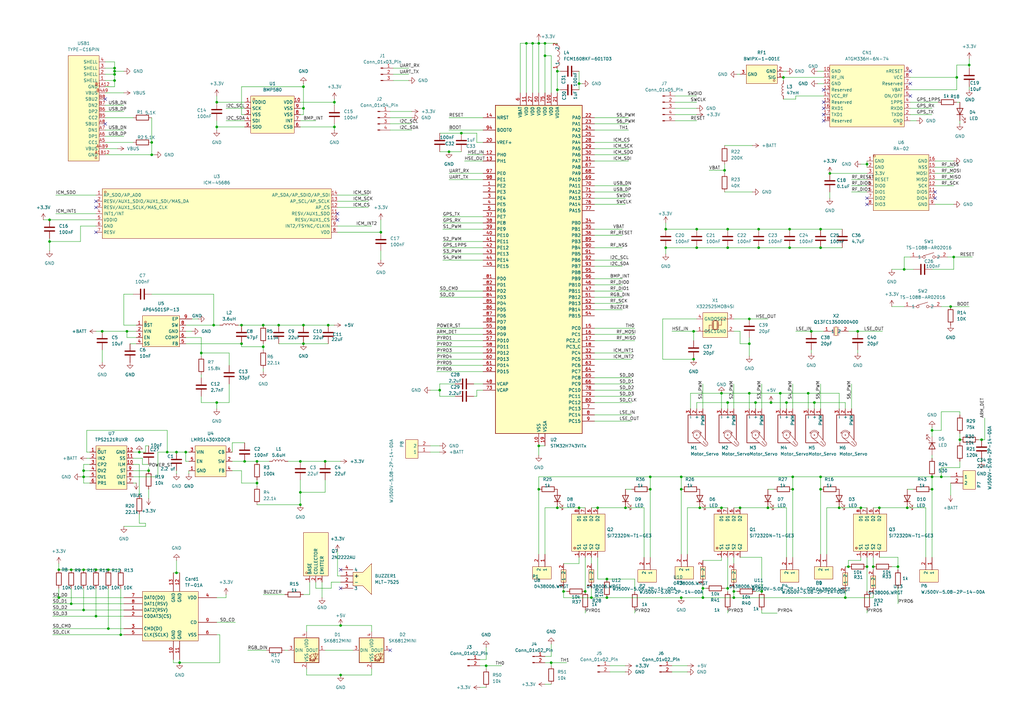
<source format=kicad_sch>
(kicad_sch (version 20250114) (generator "eeschema") (generator_version "9.0")
  (paper "A3")
  (title_block (title "Fligth Computer") (rev "1"))
  (junction (at 240.03 242.57))
  (junction (at 46.99 33.02))
  (junction (at 82.55 144.78))
  (junction (at 311.15 93.98))
  (junction (at 189.23 54.61))
  (junction (at 39.37 233.68))
  (junction (at 298.45 165.1))
  (junction (at 266.7 195.58))
  (junction (at 124.46 133.35))
  (junction (at 298.45 241.3))
  (junction (at 285.75 93.98))
  (junction (at 386.08 195.58))
  (junction (at 218.44 17.78))
  (junction (at 279.4 200.66))
  (junction (at 34.29 193.04))
  (junction (at 226.06 271.78))
  (junction (at 297.18 69.85))
  (junction (at 105.41 189.23))
  (junction (at 321.31 31.75))
  (junction (at 24.13 245.11))
  (junction (at 29.21 233.68))
  (junction (at 307.34 161.29))
  (junction (at 360.68 208.28))
  (junction (at 397.51 26.67))
  (junction (at 134.62 133.35))
  (junction (at 288.29 241.3))
  (junction (at 344.17 208.28))
  (junction (at 114.3 133.35))
  (junction (at 309.88 165.1))
  (junction (at 347.98 232.41))
  (junction (at 76.2 185.42))
  (junction (at 382.27 176.53))
  (junction (at 184.15 62.23))
  (junction (at 52.07 135.89))
  (junction (at 402.59 180.34))
  (junction (at 57.15 185.42))
  (junction (at 336.55 200.66))
  (junction (at 237.49 208.28))
  (junction (at 139.7 276.86))
  (junction (at 99.06 133.35))
  (junction (at 137.16 52.07))
  (junction (at 316.23 165.1))
  (junction (at 323.85 93.98))
  (junction (at 248.92 237.49))
  (junction (at 107.95 133.35))
  (junction (at 49.53 260.35))
  (junction (at 34.29 250.19))
  (junction (at 88.9 41.91))
  (junction (at 334.01 165.1))
  (junction (at 123.19 189.23))
  (junction (at 331.47 161.29))
  (junction (at 273.05 93.98))
  (junction (at 323.85 101.6))
  (junction (at 139.7 256.54))
  (junction (at 325.12 195.58))
  (junction (at 284.48 135.89))
  (junction (at 46.99 30.48))
  (junction (at 46.99 27.94))
  (junction (at 389.89 125.73))
  (junction (at 372.11 208.28))
  (junction (at 133.35 189.23))
  (junction (at 137.16 41.91))
  (junction (at 300.99 242.57))
  (junction (at 351.79 135.89))
  (junction (at 279.4 245.11))
  (junction (at 340.36 71.12))
  (junction (at 325.12 200.66))
  (junction (at 29.21 247.65))
  (junction (at 245.11 208.28))
  (junction (at 355.6 67.31))
  (junction (at 355.6 232.41))
  (junction (at 248.92 245.11))
  (junction (at 228.6 36.83))
  (junction (at 46.99 29.21))
  (junction (at 44.45 257.81))
  (junction (at 41.91 135.89))
  (junction (at 336.55 101.6))
  (junction (at 336.55 93.98))
  (junction (at 124.46 44.45))
  (junction (at 73.66 271.78))
  (junction (at 368.3 232.41))
  (junction (at 336.55 195.58))
  (junction (at 358.14 232.41))
  (junction (at 100.33 189.23))
  (junction (at 320.04 161.29))
  (junction (at 382.27 200.66))
  (junction (at 228.6 29.21))
  (junction (at 300.99 245.11))
  (junction (at 288.29 245.11))
  (junction (at 220.98 17.78))
  (junction (at 220.98 182.88))
  (junction (at 72.39 185.42))
  (junction (at 223.52 17.78))
  (junction (at 107.95 142.24))
  (junction (at 303.53 208.28))
  (junction (at 391.16 105.41))
  (junction (at 99.06 140.97))
  (junction (at 180.34 160.02))
  (junction (at 273.05 101.6))
  (junction (at 88.9 52.07))
  (junction (at 392.43 31.75))
  (junction (at 88.9 165.1))
  (junction (at 156.21 95.25))
  (junction (at 124.46 140.97))
  (junction (at 105.41 198.12))
  (junction (at 382.27 195.58))
  (junction (at 295.91 161.29))
  (junction (at 256.54 208.28))
  (junction (at 322.58 165.1))
  (junction (at 62.23 58.42))
  (junction (at 24.13 233.68))
  (junction (at 295.91 208.28))
  (junction (at 307.34 140.97))
  (junction (at 68.58 185.42))
  (junction (at 311.15 101.6))
  (junction (at 279.4 195.58))
  (junction (at 39.37 252.73))
  (junction (at 285.75 101.6))
  (junction (at 393.7 180.34))
  (junction (at 266.7 200.66))
  (junction (at 223.52 22.86))
  (junction (at 231.14 242.57))
  (junction (at 287.02 208.28))
  (junction (at 220.98 200.66))
  (junction (at 199.39 273.05))
  (junction (at 123.19 207.01))
  (junction (at 72.39 234.95))
  (junction (at 34.29 195.58))
  (junction (at 87.63 133.35))
  (junction (at 242.57 245.11))
  (junction (at 20.32 99.06))
  (junction (at 370.84 110.49))
  (junction (at 353.06 208.28))
  (junction (at 312.42 242.57))
  (junction (at 284.48 147.32))
  (junction (at 124.46 35.56))
  (junction (at 298.45 101.6))
  (junction (at 346.71 245.11))
  (junction (at 298.45 93.98))
  (junction (at 314.96 208.28))
  (junction (at 60.96 193.04))
  (junction (at 20.32 90.17))
  (junction (at 62.23 63.5))
  (junction (at 34.29 233.68))
  (junction (at 237.49 34.29))
  (junction (at 44.45 233.68))
  (junction (at 332.74 135.89))
  (junction (at 228.6 208.28))
  (junction (at 215.9 17.78))
  (junction (at 123.19 201.93))
  (junction (at 307.34 130.81))
  (no_connect (at 355.6 83.82))
  (no_connect (at 39.37 82.55))
  (no_connect (at 383.54 81.28))
  (no_connect (at 337.82 44.45))
  (no_connect (at 337.82 41.91))
  (no_connect (at 373.38 29.21))
  (no_connect (at 355.6 81.28))
  (no_connect (at 373.38 39.37))
  (no_connect (at 160.02 266.7))
  (no_connect (at 337.82 49.53))
  (no_connect (at 337.82 36.83))
  (no_connect (at 373.38 34.29))
  (no_connect (at 138.43 87.63))
  (no_connect (at 43.18 50.8))
  (no_connect (at 138.43 90.17))
  (no_connect (at 39.37 85.09))
  (no_connect (at 43.18 40.64))
  (no_connect (at 139.7 241.3))
  (no_connect (at 139.7 233.68))
  (no_connect (at 337.82 46.99))
  (no_connect (at 383.54 78.74))
  (no_connect (at 39.37 95.25))
  (wire (pts (xy 88.9 255.27) (xy 96.52 255.27)))
  (wire (pts (xy 243.84 170.18) (xy 259.08 170.18)))
  (wire (pts (xy 228.6 36.83) (xy 229.87 36.83)))
  (wire (pts (xy 138.43 82.55) (xy 151.13 82.55)))
  (wire (pts (xy 198.12 58.42) (xy 195.58 58.42)))
  (wire (pts (xy 184.15 53.34) (xy 198.12 53.34)))
  (wire (pts (xy 302.26 30.48) (xy 303.53 30.48)))
  (wire (pts (xy 298.45 251.46) (xy 298.45 250.19)))
  (wire (pts (xy 302.26 242.57) (xy 300.99 242.57)))
  (wire (pts (xy 346.71 245.11) (xy 358.14 245.11)))
  (wire (pts (xy 311.15 93.98) (xy 323.85 93.98)))
  (wire (pts (xy 190.5 66.04) (xy 198.12 66.04)))
  (wire (pts (xy 393.7 49.53) (xy 393.7 50.8)))
  (wire (pts (xy 54.61 190.5) (xy 57.15 190.5)))
  (wire (pts (xy 57.15 210.82) (xy 57.15 214.63)))
  (wire (pts (xy 138.43 226.06) (xy 138.43 236.22)))
  (wire (pts (xy 220.98 200.66) (xy 220.98 227.33)))
  (wire (pts (xy 321.31 29.21) (xy 322.58 29.21)))
  (wire (pts (xy 77.47 189.23) (xy 76.2 189.23)))
  (wire (pts (xy 382.27 195.58) (xy 386.08 195.58)))
  (wire (pts (xy 358.14 228.6) (xy 358.14 232.41)))
  (wire (pts (xy 307.34 130.81) (xy 314.96 130.81)))
  (wire (pts (xy 44.45 241.3) (xy 44.45 257.81)))
  (wire (pts (xy 76.2 140.97) (xy 99.06 140.97)))
  (wire (pts (xy 351.79 143.51) (xy 351.79 144.78)))
  (wire (pts (xy 213.36 17.78) (xy 215.9 17.78)))
  (wire (pts (xy 273.05 91.44) (xy 273.05 93.98)))
  (wire (pts (xy 107.95 133.35) (xy 114.3 133.35)))
  (wire (pts (xy 52.07 138.43) (xy 55.88 138.43)))
  (wire (pts (xy 373.38 44.45) (xy 382.27 44.45)))
  (wire (pts (xy 326.39 135.89) (xy 332.74 135.89)))
  (wire (pts (xy 353.06 208.28) (xy 355.6 208.28)))
  (wire (pts (xy 392.43 31.75) (xy 373.38 31.75)))
  (wire (pts (xy 226.06 22.86) (xy 223.52 22.86)))
  (wire (pts (xy 181.61 106.68) (xy 198.12 106.68)))
  (wire (pts (xy 223.52 17.78) (xy 223.52 22.86)))
  (wire (pts (xy 391.16 105.41) (xy 391.16 110.49)))
  (wire (pts (xy 76.2 189.23) (xy 76.2 185.42)))
  (wire (pts (xy 43.18 25.4) (xy 46.99 25.4)))
  (wire (pts (xy 300.99 242.57) (xy 300.99 245.11)))
  (wire (pts (xy 284.48 135.89) (xy 285.75 135.89)))
  (wire (pts (xy 46.99 29.21) (xy 46.99 27.94)))
  (wire (pts (xy 223.52 269.24) (xy 226.06 269.24)))
  (wire (pts (xy 273.05 93.98) (xy 285.75 93.98)))
  (wire (pts (xy 336.55 195.58) (xy 336.55 200.66)))
  (wire (pts (xy 243.84 48.26) (xy 257.81 48.26)))
  (wire (pts (xy 386.08 191.77) (xy 393.7 191.77)))
  (wire (pts (xy 34.29 193.04) (xy 34.29 195.58)))
  (wire (pts (xy 194.31 157.48) (xy 198.12 157.48)))
  (wire (pts (xy 346.71 165.1) (xy 346.71 167.64)))
  (wire (pts (xy 260.35 237.49) (xy 260.35 242.57)))
  (wire (pts (xy 114.3 133.35) (xy 124.46 133.35)))
  (wire (pts (xy 243.84 101.6) (xy 255.27 101.6)))
  (wire (pts (xy 243.84 165.1) (xy 259.08 165.1)))
  (wire (pts (xy 107.95 151.13) (xy 107.95 152.4)))
  (wire (pts (xy 138.43 85.09) (xy 151.13 85.09)))
  (wire (pts (xy 372.11 208.28) (xy 360.68 208.28)))
  (wire (pts (xy 237.49 228.6) (xy 237.49 231.14)))
  (wire (pts (xy 43.18 33.02) (xy 46.99 33.02)))
  (wire (pts (xy 382.27 176.53) (xy 382.27 179.07)))
  (wire (pts (xy 24.13 241.3) (xy 24.13 245.11)))
  (wire (pts (xy 298.45 241.3) (xy 298.45 242.57)))
  (wire (pts (xy 242.57 241.3) (xy 242.57 245.11)))
  (wire (pts (xy 137.16 40.64) (xy 137.16 41.91)))
  (wire (pts (xy 114.3 140.97) (xy 124.46 140.97)))
  (wire (pts (xy 344.17 161.29) (xy 344.17 167.64)))
  (wire (pts (xy 382.27 200.66) (xy 382.27 195.58)))
  (wire (pts (xy 52.07 135.89) (xy 55.88 135.89)))
  (wire (pts (xy 21.59 257.81) (xy 44.45 257.81)))
  (wire (pts (xy 43.18 43.18) (xy 50.8 43.18)))
  (wire (pts (xy 370.84 110.49) (xy 365.76 110.49)))
  (wire (pts (xy 243.84 50.8) (xy 257.81 50.8)))
  (wire (pts (xy 138.43 92.71) (xy 152.4 92.71)))
  (wire (pts (xy 243.84 172.72) (xy 259.08 172.72)))
  (wire (pts (xy 101.6 266.7) (xy 109.22 266.7)))
  (wire (pts (xy 322.58 208.28) (xy 314.96 208.28)))
  (wire (pts (xy 161.29 27.94) (xy 167.64 27.94)))
  (wire (pts (xy 218.44 17.78) (xy 220.98 17.78)))
  (wire (pts (xy 243.84 83.82) (xy 256.54 83.82)))
  (wire (pts (xy 137.16 50.8) (xy 137.16 52.07)))
  (wire (pts (xy 243.84 53.34) (xy 257.81 53.34)))
  (wire (pts (xy 231.14 245.11) (xy 242.57 245.11)))
  (wire (pts (xy 88.9 52.07) (xy 100.33 52.07)))
  (wire (pts (xy 339.09 208.28) (xy 339.09 227.33)))
  (wire (pts (xy 54.61 198.12) (xy 55.88 198.12)))
  (wire (pts (xy 237.49 231.14) (xy 231.14 231.14)))
  (wire (pts (xy 243.84 134.62) (xy 260.35 134.62)))
  (wire (pts (xy 303.53 140.97) (xy 307.34 140.97)))
  (wire (pts (xy 100.33 189.23) (xy 105.41 189.23)))
  (wire (pts (xy 266.7 228.6) (xy 266.7 200.66)))
  (wire (pts (xy 57.15 185.42) (xy 59.69 185.42)))
  (wire (pts (xy 184.15 71.12) (xy 198.12 71.12)))
  (wire (pts (xy 365.76 232.41) (xy 368.3 232.41)))
  (wire (pts (xy 88.9 165.1) (xy 88.9 167.64)))
  (wire (pts (xy 22.86 87.63) (xy 39.37 87.63)))
  (wire (pts (xy 34.29 241.3) (xy 34.29 250.19)))
  (wire (pts (xy 125.73 274.32) (xy 125.73 276.86)))
  (wire (pts (xy 312.42 251.46) (xy 318.77 251.46)))
  (wire (pts (xy 370.84 105.41) (xy 370.84 110.49)))
  (wire (pts (xy 105.41 196.85) (xy 105.41 198.12)))
  (wire (pts (xy 320.04 161.29) (xy 331.47 161.29)))
  (wire (pts (xy 135.89 241.3) (xy 129.54 241.3)))
  (wire (pts (xy 36.83 193.04) (xy 34.29 193.04)))
  (wire (pts (xy 223.52 280.67) (xy 226.06 280.67)))
  (wire (pts (xy 312.42 250.19) (xy 312.42 251.46)))
  (wire (pts (xy 34.29 195.58) (xy 34.29 198.12)))
  (wire (pts (xy 300.99 130.81) (xy 307.34 130.81)))
  (wire (pts (xy 218.44 17.78) (xy 218.44 38.1)))
  (wire (pts (xy 180.34 119.38) (xy 198.12 119.38)))
  (wire (pts (xy 250.19 273.05) (xy 256.54 273.05)))
  (wire (pts (xy 95.25 189.23) (xy 100.33 189.23)))
  (wire (pts (xy 43.18 35.56) (xy 46.99 35.56)))
  (wire (pts (xy 107.95 140.97) (xy 107.95 142.24)))
  (wire (pts (xy 29.21 247.65) (xy 50.8 247.65)))
  (wire (pts (xy 243.84 157.48) (xy 259.08 157.48)))
  (wire (pts (xy 152.4 256.54) (xy 152.4 259.08)))
  (wire (pts (xy 95.25 185.42) (xy 95.25 181.61)))
  (wire (pts (xy 35.56 187.96) (xy 36.83 187.96)))
  (wire (pts (xy 195.58 54.61) (xy 195.58 58.42)))
  (wire (pts (xy 21.59 247.65) (xy 29.21 247.65)))
  (wire (pts (xy 243.84 60.96) (xy 257.81 60.96)))
  (wire (pts (xy 285.75 165.1) (xy 298.45 165.1)))
  (wire (pts (xy 276.86 41.91) (xy 285.75 41.91)))
  (wire (pts (xy 300.99 228.6) (xy 300.99 231.14)))
  (wire (pts (xy 189.23 54.61) (xy 180.34 54.61)))
  (wire (pts (xy 29.21 241.3) (xy 29.21 247.65)))
  (wire (pts (xy 215.9 17.78) (xy 218.44 17.78)))
  (wire (pts (xy 311.15 101.6) (xy 323.85 101.6)))
  (wire (pts (xy 273.05 101.6) (xy 273.05 104.14)))
  (wire (pts (xy 88.9 49.53) (xy 88.9 52.07)))
  (wire (pts (xy 34.29 198.12) (xy 36.83 198.12)))
  (wire (pts (xy 180.34 62.23) (xy 184.15 62.23)))
  (wire (pts (xy 279.4 195.58) (xy 325.12 195.58)))
  (wire (pts (xy 226.06 38.1) (xy 226.06 22.86)))
  (wire (pts (xy 184.15 48.26) (xy 198.12 48.26)))
  (wire (pts (xy 309.88 165.1) (xy 316.23 165.1)))
  (wire (pts (xy 88.9 41.91) (xy 100.33 41.91)))
  (wire (pts (xy 243.84 160.02) (xy 259.08 160.02)))
  (wire (pts (xy 326.39 39.37) (xy 337.82 39.37)))
  (wire (pts (xy 54.61 195.58) (xy 64.77 195.58)))
  (wire (pts (xy 391.16 105.41) (xy 398.78 105.41)))
  (wire (pts (xy 279.4 245.11) (xy 288.29 245.11)))
  (wire (pts (xy 105.41 207.01) (xy 123.19 207.01)))
  (wire (pts (xy 138.43 95.25) (xy 156.21 95.25)))
  (wire (pts (xy 223.52 227.33) (xy 223.52 208.28)))
  (wire (pts (xy 309.88 242.57) (xy 312.42 242.57)))
  (wire (pts (xy 181.61 101.6) (xy 198.12 101.6)))
  (wire (pts (xy 21.59 250.19) (xy 34.29 250.19)))
  (wire (pts (xy 365.76 125.73) (xy 370.84 125.73)))
  (wire (pts (xy 237.49 34.29) (xy 238.76 34.29)))
  (wire (pts (xy 279.4 195.58) (xy 266.7 195.58)))
  (wire (pts (xy 196.85 270.51) (xy 199.39 270.51)))
  (wire (pts (xy 368.3 228.6) (xy 368.3 232.41)))
  (wire (pts (xy 243.84 106.68) (xy 255.27 106.68)))
  (wire (pts (xy 271.78 130.81) (xy 271.78 147.32)))
  (wire (pts (xy 358.14 243.84) (xy 358.14 245.11)))
  (wire (pts (xy 220.98 195.58) (xy 220.98 200.66)))
  (wire (pts (xy 49.53 260.35) (xy 50.8 260.35)))
  (wire (pts (xy 325.12 200.66) (xy 325.12 195.58)))
  (wire (pts (xy 298.45 93.98) (xy 311.15 93.98)))
  (wire (pts (xy 389.89 125.73) (xy 397.51 125.73)))
  (wire (pts (xy 237.49 29.21) (xy 237.49 34.29)))
  (wire (pts (xy 223.52 208.28) (xy 228.6 208.28)))
  (wire (pts (xy 20.32 99.06) (xy 20.32 102.87)))
  (wire (pts (xy 373.38 36.83) (xy 392.43 36.83)))
  (wire (pts (xy 243.84 144.78) (xy 259.08 144.78)))
  (wire (pts (xy 243.84 137.16) (xy 260.35 137.16)))
  (wire (pts (xy 243.84 81.28) (xy 256.54 81.28)))
  (wire (pts (xy 353.06 229.87) (xy 347.98 229.87)))
  (wire (pts (xy 124.46 44.45) (xy 124.46 46.99)))
  (wire (pts (xy 58.42 190.5) (xy 60.96 190.5)))
  (wire (pts (xy 401.32 180.34) (xy 402.59 180.34)))
  (wire (pts (xy 275.59 275.59) (xy 281.94 275.59)))
  (wire (pts (xy 355.6 232.41) (xy 355.6 242.57)))
  (wire (pts (xy 180.34 157.48) (xy 186.69 157.48)))
  (wire (pts (xy 72.39 229.87) (xy 72.39 234.95)))
  (wire (pts (xy 353.06 208.28) (xy 344.17 208.28)))
  (wire (pts (xy 139.7 256.54) (xy 152.4 256.54)))
  (wire (pts (xy 99.06 133.35) (xy 107.95 133.35)))
  (wire (pts (xy 34.29 233.68) (xy 39.37 233.68)))
  (wire (pts (xy 307.34 140.97) (xy 307.34 138.43)))
  (wire (pts (xy 397.51 27.94) (xy 397.51 26.67)))
  (wire (pts (xy 321.31 31.75) (xy 337.82 31.75)))
  (wire (pts (xy 34.29 195.58) (xy 36.83 195.58)))
  (wire (pts (xy 215.9 17.78) (xy 215.9 38.1)))
  (wire (pts (xy 21.59 245.11) (xy 24.13 245.11)))
  (wire (pts (xy 228.6 29.21) (xy 228.6 36.83)))
  (wire (pts (xy 355.6 66.04) (xy 355.6 67.31)))
  (wire (pts (xy 92.71 245.11) (xy 92.71 243.84)))
  (wire (pts (xy 297.18 59.69) (xy 308.61 59.69)))
  (wire (pts (xy 349.25 76.2) (xy 355.6 76.2)))
  (wire (pts (xy 60.96 200.66) (xy 60.96 204.47)))
  (wire (pts (xy 285.75 101.6) (xy 298.45 101.6)))
  (wire (pts (xy 264.16 228.6) (xy 264.16 208.28)))
  (wire (pts (xy 393.7 41.91) (xy 392.43 41.91)))
  (wire (pts (xy 322.58 165.1) (xy 334.01 165.1)))
  (wire (pts (xy 124.46 34.29) (xy 124.46 35.56)))
  (wire (pts (xy 382.27 186.69) (xy 382.27 187.96)))
  (wire (pts (xy 295.91 228.6) (xy 295.91 229.87)))
  (wire (pts (xy 93.98 157.48) (xy 93.98 165.1)))
  (wire (pts (xy 139.7 276.86) (xy 152.4 276.86)))
  (wire (pts (xy 43.18 63.5) (xy 62.23 63.5)))
  (wire (pts (xy 123.19 201.93) (xy 123.19 207.01)))
  (wire (pts (xy 181.61 99.06) (xy 198.12 99.06)))
  (wire (pts (xy 242.57 228.6) (xy 242.57 231.14)))
  (wire (pts (xy 50.8 29.21) (xy 46.99 29.21)))
  (wire (pts (xy 220.98 17.78) (xy 220.98 38.1)))
  (wire (pts (xy 298.45 165.1) (xy 309.88 165.1)))
  (wire (pts (xy 179.07 134.62) (xy 198.12 134.62)))
  (wire (pts (xy 228.6 27.94) (xy 228.6 29.21)))
  (wire (pts (xy 99.06 46.99) (xy 99.06 35.56)))
  (wire (pts (xy 20.32 90.17) (xy 39.37 90.17)))
  (wire (pts (xy 314.96 200.66) (xy 317.5 200.66)))
  (wire (pts (xy 176.53 160.02) (xy 180.34 160.02)))
  (wire (pts (xy 29.21 233.68) (xy 34.29 233.68)))
  (wire (pts (xy 43.18 48.26) (xy 54.61 48.26)))
  (wire (pts (xy 64.77 185.42) (xy 68.58 185.42)))
  (wire (pts (xy 76.2 135.89) (xy 78.74 135.89)))
  (wire (pts (xy 320.04 161.29) (xy 320.04 167.64)))
  (wire (pts (xy 123.19 44.45) (xy 124.46 44.45)))
  (wire (pts (xy 389.89 198.12) (xy 389.89 203.2)))
  (wire (pts (xy 95.25 193.04) (xy 99.06 193.04)))
  (wire (pts (xy 99.06 140.97) (xy 99.06 142.24)))
  (wire (pts (xy 297.18 67.31) (xy 297.18 69.85)))
  (wire (pts (xy 331.47 161.29) (xy 331.47 167.64)))
  (wire (pts (xy 373.38 49.53) (xy 375.92 49.53)))
  (wire (pts (xy 393.7 180.34) (xy 393.7 181.61)))
  (wire (pts (xy 243.84 76.2) (xy 257.81 76.2)))
  (wire (pts (xy 186.69 162.56) (xy 180.34 162.56)))
  (wire (pts (xy 402.59 187.96) (xy 402.59 189.23)))
  (wire (pts (xy 351.79 135.89) (xy 361.95 135.89)))
  (wire (pts (xy 99.06 198.12) (xy 105.41 198.12)))
  (wire (pts (xy 123.19 52.07) (xy 137.16 52.07)))
  (wire (pts (xy 195.58 160.02) (xy 195.58 162.56)))
  (wire (pts (xy 72.39 234.95) (xy 73.66 234.95)))
  (wire (pts (xy 372.11 200.66) (xy 374.65 200.66)))
  (wire (pts (xy 243.84 162.56) (xy 259.08 162.56)))
  (wire (pts (xy 358.14 232.41) (xy 358.14 233.68)))
  (wire (pts (xy 228.6 208.28) (xy 237.49 208.28)))
  (wire (pts (xy 68.58 185.42) (xy 72.39 185.42)))
  (wire (pts (xy 300.99 241.3) (xy 300.99 242.57)))
  (wire (pts (xy 285.75 93.98) (xy 298.45 93.98)))
  (wire (pts (xy 298.45 228.6) (xy 298.45 241.3)))
  (wire (pts (xy 73.66 270.51) (xy 73.66 271.78)))
  (wire (pts (xy 68.58 176.53) (xy 68.58 185.42)))
  (wire (pts (xy 33.02 99.06) (xy 33.02 92.71)))
  (wire (pts (xy 243.84 121.92) (xy 255.27 121.92)))
  (wire (pts (xy 60.96 191.77) (xy 60.96 193.04)))
  (wire (pts (xy 179.07 142.24) (xy 198.12 142.24)))
  (wire (pts (xy 322.58 167.64) (xy 322.58 165.1)))
  (wire (pts (xy 323.85 101.6) (xy 336.55 101.6)))
  (wire (pts (xy 297.18 69.85) (xy 297.18 71.12)))
  (wire (pts (xy 368.3 232.41) (xy 368.3 233.68)))
  (wire (pts (xy 76.2 138.43) (xy 82.55 138.43)))
  (wire (pts (xy 382.27 110.49) (xy 391.16 110.49)))
  (wire (pts (xy 156.21 90.17) (xy 156.21 95.25)))
  (wire (pts (xy 321.31 40.64) (xy 326.39 40.64)))
  (wire (pts (xy 195.58 54.61) (xy 189.23 54.61)))
  (wire (pts (xy 360.68 208.28) (xy 358.14 208.28)))
  (wire (pts (xy 124.46 133.35) (xy 134.62 133.35)))
  (wire (pts (xy 71.12 270.51) (xy 71.12 271.78)))
  (wire (pts (xy 87.63 120.65) (xy 87.63 133.35)))
  (wire (pts (xy 57.15 214.63) (xy 59.69 214.63)))
  (wire (pts (xy 49.53 241.3) (xy 49.53 260.35)))
  (wire (pts (xy 125.73 276.86) (xy 139.7 276.86)))
  (wire (pts (xy 303.53 208.28) (xy 300.99 208.28)))
  (wire (pts (xy 382.27 228.6) (xy 382.27 200.66)))
  (wire (pts (xy 43.18 30.48) (xy 46.99 30.48)))
  (wire (pts (xy 243.84 63.5) (xy 257.81 63.5)))
  (wire (pts (xy 62.23 120.65) (xy 87.63 120.65)))
  (wire (pts (xy 34.29 190.5) (xy 34.29 193.04)))
  (wire (pts (xy 54.61 185.42) (xy 57.15 185.42)))
  (wire (pts (xy 388.62 105.41) (xy 391.16 105.41)))
  (wire (pts (xy 20.32 97.79) (xy 20.32 99.06)))
  (wire (pts (xy 36.83 190.5) (xy 34.29 190.5)))
  (wire (pts (xy 355.6 67.31) (xy 355.6 68.58)))
  (wire (pts (xy 300.99 157.48) (xy 300.99 167.64)))
  (wire (pts (xy 347.98 229.87) (xy 347.98 232.41)))
  (wire (pts (xy 240.03 228.6) (xy 240.03 242.57)))
  (wire (pts (xy 298.45 101.6) (xy 311.15 101.6)))
  (wire (pts (xy 88.9 52.07) (xy 88.9 53.34)))
  (wire (pts (xy 105.41 198.12) (xy 105.41 199.39)))
  (wire (pts (xy 54.61 193.04) (xy 60.96 193.04)))
  (wire (pts (xy 55.88 133.35) (xy 50.8 133.35)))
  (wire (pts (xy 383.54 73.66) (xy 391.16 73.66)))
  (wire (pts (xy 243.84 93.98) (xy 255.27 93.98)))
  (wire (pts (xy 124.46 46.99) (xy 123.19 46.99)))
  (wire (pts (xy 243.84 58.42) (xy 257.81 58.42)))
  (wire (pts (xy 322.58 228.6) (xy 322.58 208.28)))
  (wire (pts (xy 138.43 236.22) (xy 139.7 236.22)))
  (wire (pts (xy 309.88 165.1) (xy 309.88 167.64)))
  (wire (pts (xy 245.11 228.6) (xy 245.11 237.49)))
  (wire (pts (xy 393.7 177.8) (xy 393.7 180.34)))
  (wire (pts (xy 228.6 17.78) (xy 223.52 17.78)))
  (wire (pts (xy 39.37 233.68) (xy 44.45 233.68)))
  (wire (pts (xy 403.86 171.45) (xy 403.86 180.34)))
  (wire (pts (xy 90.17 260.35) (xy 90.17 271.78)))
  (wire (pts (xy 307.34 161.29) (xy 307.34 167.64)))
  (wire (pts (xy 135.89 238.76) (xy 135.89 241.3)))
  (wire (pts (xy 52.07 135.89) (xy 52.07 138.43)))
  (wire (pts (xy 181.61 93.98) (xy 198.12 93.98)))
  (wire (pts (xy 228.6 38.1) (xy 228.6 36.83)))
  (wire (pts (xy 22.86 80.01) (xy 39.37 80.01)))
  (wire (pts (xy 90.17 271.78) (xy 73.66 271.78)))
  (wire (pts (xy 82.55 162.56) (xy 82.55 165.1)))
  (wire (pts (xy 349.25 157.48) (xy 349.25 167.64)))
  (wire (pts (xy 360.68 228.6) (xy 368.3 228.6)))
  (wire (pts (xy 138.43 80.01) (xy 151.13 80.01)))
  (wire (pts (xy 160.02 53.34) (xy 168.91 53.34)))
  (wire (pts (xy 334.01 167.64) (xy 334.01 165.1)))
  (wire (pts (xy 125.73 259.08) (xy 125.73 256.54)))
  (wire (pts (xy 77.47 193.04) (xy 77.47 194.31)))
  (wire (pts (xy 295.91 161.29) (xy 295.91 167.64)))
  (wire (pts (xy 88.9 260.35) (xy 90.17 260.35)))
  (wire (pts (xy 271.78 147.32) (xy 284.48 147.32)))
  (wire (pts (xy 226.06 271.78) (xy 232.41 271.78)))
  (wire (pts (xy 243.84 109.22) (xy 255.27 109.22)))
  (wire (pts (xy 288.29 241.3) (xy 288.29 245.11)))
  (wire (pts (xy 288.29 241.3) (xy 289.56 241.3)))
  (wire (pts (xy 62.23 58.42) (xy 62.23 63.5)))
  (wire (pts (xy 82.55 144.78) (xy 82.55 146.05)))
  (wire (pts (xy 43.18 58.42) (xy 54.61 58.42)))
  (wire (pts (xy 160.02 45.72) (xy 168.91 45.72)))
  (wire (pts (xy 392.43 26.67) (xy 392.43 31.75)))
  (wire (pts (xy 195.58 162.56) (xy 194.31 162.56)))
  (wire (pts (xy 383.54 76.2) (xy 391.16 76.2)))
  (wire (pts (xy 71.12 271.78) (xy 73.66 271.78)))
  (wire (pts (xy 383.54 83.82) (xy 391.16 83.82)))
  (wire (pts (xy 100.33 46.99) (xy 99.06 46.99)))
  (wire (pts (xy 180.34 162.56) (xy 180.34 160.02)))
  (wire (pts (xy 276.86 49.53) (xy 285.75 49.53)))
  (wire (pts (xy 321.31 31.75) (xy 321.31 33.02)))
  (wire (pts (xy 43.18 38.1) (xy 50.8 38.1)))
  (wire (pts (xy 93.98 144.78) (xy 93.98 149.86)))
  (wire (pts (xy 243.84 139.7) (xy 260.35 139.7)))
  (wire (pts (xy 349.25 78.74) (xy 355.6 78.74)))
  (wire (pts (xy 316.23 165.1) (xy 322.58 165.1)))
  (wire (pts (xy 295.91 229.87) (xy 288.29 229.87)))
  (wire (pts (xy 191.77 63.5) (xy 198.12 63.5)))
  (wire (pts (xy 76.2 133.35) (xy 87.63 133.35)))
  (wire (pts (xy 276.86 46.99) (xy 285.75 46.99)))
  (wire (pts (xy 127 243.84) (xy 127 238.76)))
  (wire (pts (xy 281.94 208.28) (xy 281.94 227.33)))
  (wire (pts (xy 88.9 39.37) (xy 88.9 41.91)))
  (wire (pts (xy 237.49 34.29) (xy 237.49 36.83)))
  (wire (pts (xy 21.59 260.35) (xy 49.53 260.35)))
  (wire (pts (xy 297.18 241.3) (xy 298.45 241.3)))
  (wire (pts (xy 323.85 93.98) (xy 336.55 93.98)))
  (wire (pts (xy 54.61 187.96) (xy 58.42 187.96)))
  (wire (pts (xy 39.37 252.73) (xy 50.8 252.73)))
  (wire (pts (xy 248.92 245.11) (xy 279.4 245.11)))
  (wire (pts (xy 335.28 29.21) (xy 337.82 29.21)))
  (wire (pts (xy 199.39 273.05) (xy 199.39 274.32)))
  (wire (pts (xy 17.78 90.17) (xy 20.32 90.17)))
  (wire (pts (xy 50.8 120.65) (xy 54.61 120.65)))
  (wire (pts (xy 242.57 245.11) (xy 248.92 245.11)))
  (wire (pts (xy 340.36 71.12) (xy 355.6 71.12)))
  (wire (pts (xy 276.86 39.37) (xy 285.75 39.37)))
  (wire (pts (xy 161.29 33.02) (xy 167.64 33.02)))
  (wire (pts (xy 33.02 92.71) (xy 39.37 92.71)))
  (wire (pts (xy 82.55 165.1) (xy 88.9 165.1)))
  (wire (pts (xy 44.45 233.68) (xy 49.53 233.68)))
  (wire (pts (xy 386.08 176.53) (xy 382.27 176.53)))
  (wire (pts (xy 275.59 273.05) (xy 281.94 273.05)))
  (wire (pts (xy 123.19 49.53) (xy 129.54 49.53)))
  (wire (pts (xy 295.91 161.29) (xy 307.34 161.29)))
  (wire (pts (xy 41.91 143.51) (xy 41.91 148.59)))
  (wire (pts (xy 99.06 193.04) (xy 99.06 198.12)))
  (wire (pts (xy 160.02 50.8) (xy 168.91 50.8)))
  (wire (pts (xy 21.59 252.73) (xy 39.37 252.73)))
  (wire (pts (xy 24.13 231.14) (xy 24.13 233.68)))
  (wire (pts (xy 59.69 185.42) (xy 59.69 182.88)))
  (wire (pts (xy 245.11 208.28) (xy 242.57 208.28)))
  (wire (pts (xy 279.4 200.66) (xy 279.4 227.33)))
  (wire (pts (xy 243.84 124.46) (xy 255.27 124.46)))
  (wire (pts (xy 326.39 40.64) (xy 326.39 39.37)))
  (wire (pts (xy 179.07 137.16) (xy 198.12 137.16)))
  (wire (pts (xy 116.84 266.7) (xy 118.11 266.7)))
  (wire (pts (xy 133.35 266.7) (xy 144.78 266.7)))
  (wire (pts (xy 124.46 243.84) (xy 127 243.84)))
  (wire (pts (xy 266.7 200.66) (xy 266.7 195.58)))
  (wire (pts (xy 196.85 273.05) (xy 199.39 273.05)))
  (wire (pts (xy 43.18 60.96) (xy 48.26 60.96)))
  (wire (pts (xy 312.42 157.48) (xy 312.42 167.64)))
  (wire (pts (xy 383.54 68.58) (xy 391.16 68.58)))
  (wire (pts (xy 402.59 180.34) (xy 403.86 180.34)))
  (wire (pts (xy 93.98 165.1) (xy 88.9 165.1)))
  (wire (pts (xy 180.34 160.02) (xy 180.34 157.48)))
  (wire (pts (xy 392.43 26.67) (xy 397.51 26.67)))
  (wire (pts (xy 382.27 175.26) (xy 382.27 176.53)))
  (wire (pts (xy 107.95 243.84) (xy 116.84 243.84)))
  (wire (pts (xy 180.34 121.92) (xy 198.12 121.92)))
  (wire (pts (xy 88.9 245.11) (xy 92.71 245.11)))
  (wire (pts (xy 123.19 196.85) (xy 123.19 201.93)))
  (wire (pts (xy 287.02 208.28) (xy 281.94 208.28)))
  (wire (pts (xy 35.56 185.42) (xy 35.56 176.53)))
  (wire (pts (xy 279.4 195.58) (xy 279.4 200.66)))
  (wire (pts (xy 223.52 22.86) (xy 223.52 38.1)))
  (wire (pts (xy 331.47 161.29) (xy 344.17 161.29)))
  (wire (pts (xy 240.03 251.46) (xy 240.03 250.19)))
  (wire (pts (xy 336.55 93.98) (xy 345.44 93.98)))
  (wire (pts (xy 300.99 135.89) (xy 303.53 135.89)))
  (wire (pts (xy 386.08 168.91) (xy 386.08 176.53)))
  (wire (pts (xy 220.98 16.51) (xy 220.98 17.78)))
  (wire (pts (xy 276.86 44.45) (xy 285.75 44.45)))
  (wire (pts (xy 132.08 238.76) (xy 132.08 245.11)))
  (wire (pts (xy 275.59 135.89) (xy 284.48 135.89)))
  (wire (pts (xy 72.39 193.04) (xy 72.39 194.31)))
  (wire (pts (xy 397.51 24.13) (xy 397.51 26.67)))
  (wire (pts (xy 243.84 66.04) (xy 257.81 66.04)))
  (wire (pts (xy 382.27 195.58) (xy 336.55 195.58)))
  (wire (pts (xy 256.54 208.28) (xy 245.11 208.28)))
  (wire (pts (xy 99.06 35.56) (xy 124.46 35.56)))
  (wire (pts (xy 46.99 35.56) (xy 46.99 33.02)))
  (wire (pts (xy 231.14 242.57) (xy 231.14 245.11)))
  (wire (pts (xy 386.08 195.58) (xy 389.89 195.58)))
  (wire (pts (xy 184.15 73.66) (xy 198.12 73.66)))
  (wire (pts (xy 181.61 88.9) (xy 198.12 88.9)))
  (wire (pts (xy 307.34 140.97) (xy 307.34 146.05)))
  (wire (pts (xy 250.19 275.59) (xy 256.54 275.59)))
  (wire (pts (xy 39.37 135.89) (xy 41.91 135.89)))
  (wire (pts (xy 196.85 281.94) (xy 199.39 281.94)))
  (wire (pts (xy 232.41 242.57) (xy 231.14 242.57)))
  (wire (pts (xy 123.19 189.23) (xy 133.35 189.23)))
  (wire (pts (xy 295.91 208.28) (xy 287.02 208.28)))
  (wire (pts (xy 297.18 78.74) (xy 308.61 78.74)))
  (wire (pts (xy 300.99 245.11) (xy 346.71 245.11)))
  (wire (pts (xy 285.75 130.81) (xy 271.78 130.81)))
  (wire (pts (xy 78.74 130.81) (xy 81.28 130.81)))
  (wire (pts (xy 336.55 101.6) (xy 345.44 101.6)))
  (wire (pts (xy 24.13 245.11) (xy 50.8 245.11)))
  (wire (pts (xy 46.99 27.94) (xy 46.99 25.4)))
  (wire (pts (xy 298.45 165.1) (xy 298.45 167.64)))
  (wire (pts (xy 92.71 49.53) (xy 100.33 49.53)))
  (wire (pts (xy 368.3 241.3) (xy 368.3 247.65)))
  (wire (pts (xy 332.74 143.51) (xy 332.74 144.78)))
  (wire (pts (xy 156.21 102.87) (xy 156.21 106.68)))
  (wire (pts (xy 134.62 133.35) (xy 137.16 133.35)))
  (wire (pts (xy 59.69 182.88) (xy 60.96 182.88)))
  (wire (pts (xy 379.73 208.28) (xy 372.11 208.28)))
  (wire (pts (xy 220.98 17.78) (xy 223.52 17.78)))
  (wire (pts (xy 152.4 276.86) (xy 152.4 274.32)))
  (wire (pts (xy 290.83 69.85) (xy 297.18 69.85)))
  (wire (pts (xy 57.15 203.2) (xy 57.15 190.5)))
  (wire (pts (xy 50.8 133.35) (xy 50.8 120.65)))
  (wire (pts (xy 373.38 105.41) (xy 370.84 105.41)))
  (wire (pts (xy 20.32 99.06) (xy 33.02 99.06)))
  (wire (pts (xy 386.08 125.73) (xy 389.89 125.73)))
  (wire (pts (xy 181.61 104.14) (xy 198.12 104.14)))
  (wire (pts (xy 373.38 41.91) (xy 384.81 41.91)))
  (wire (pts (xy 248.92 237.49) (xy 260.35 237.49)))
  (wire (pts (xy 335.28 34.29) (xy 337.82 34.29)))
  (wire (pts (xy 160.02 48.26) (xy 168.91 48.26)))
  (wire (pts (xy 226.06 271.78) (xy 226.06 273.05)))
  (wire (pts (xy 62.23 48.26) (xy 62.23 58.42)))
  (wire (pts (xy 353.06 67.31) (xy 355.6 67.31)))
  (wire (pts (xy 176.53 182.88) (xy 180.34 182.88)))
  (wire (pts (xy 370.84 110.49) (xy 374.65 110.49)))
  (wire (pts (xy 36.83 185.42) (xy 35.56 185.42)))
  (wire (pts (xy 181.61 91.44) (xy 198.12 91.44)))
  (wire (pts (xy 325.12 195.58) (xy 336.55 195.58)))
  (wire (pts (xy 133.35 196.85) (xy 133.35 201.93)))
  (wire (pts (xy 347.98 135.89) (xy 351.79 135.89)))
  (wire (pts (xy 285.75 167.64) (xy 285.75 165.1)))
  (wire (pts (xy 43.18 53.34) (xy 50.8 53.34)))
  (wire (pts (xy 340.36 78.74) (xy 340.36 81.28)))
  (wire (pts (xy 353.06 228.6) (xy 353.06 229.87)))
  (wire (pts (xy 243.84 119.38) (xy 255.27 119.38)))
  (wire (pts (xy 133.35 189.23) (xy 139.7 189.23)))
  (wire (pts (xy 288.29 240.03) (xy 288.29 241.3)))
  (wire (pts (xy 184.15 62.23) (xy 189.23 62.23)))
  (wire (pts (xy 59.69 215.9) (xy 50.8 215.9)))
  (wire (pts (xy 129.54 241.3) (xy 129.54 238.76)))
  (wire (pts (xy 179.07 147.32) (xy 198.12 147.32)))
  (wire (pts (xy 243.84 116.84) (xy 255.27 116.84)))
  (wire (pts (xy 39.37 241.3) (xy 39.37 252.73)))
  (wire (pts (xy 325.12 157.48) (xy 325.12 167.64)))
  (wire (pts (xy 379.73 228.6) (xy 379.73 208.28)))
  (wire (pts (xy 123.19 41.91) (xy 137.16 41.91)))
  (wire (pts (xy 284.48 135.89) (xy 284.48 139.7)))
  (wire (pts (xy 118.11 189.23) (xy 123.19 189.23)))
  (wire (pts (xy 228.6 29.21) (xy 229.87 29.21)))
  (wire (pts (xy 312.42 228.6) (xy 312.42 242.57)))
  (wire (pts (xy 312.42 228.6) (xy 303.53 228.6)))
  (wire (pts (xy 179.07 144.78) (xy 198.12 144.78)))
  (wire (pts (xy 179.07 149.86) (xy 198.12 149.86)))
  (wire (pts (xy 332.74 135.89) (xy 337.82 135.89)))
  (wire (pts (xy 220.98 182.88) (xy 223.52 182.88)))
  (wire (pts (xy 161.29 30.48) (xy 167.64 30.48)))
  (wire (pts (xy 124.46 140.97) (xy 134.62 140.97)))
  (wire (pts (xy 393.7 189.23) (xy 393.7 191.77)))
  (wire (pts (xy 43.18 55.88) (xy 50.8 55.88)))
  (wire (pts (xy 397.51 35.56) (xy 397.51 36.83)))
  (wire (pts (xy 199.39 273.05) (xy 205.74 273.05)))
  (wire (pts (xy 288.29 157.48) (xy 288.29 167.64)))
  (wire (pts (xy 46.99 30.48) (xy 46.99 33.02)))
  (wire (pts (xy 87.63 133.35) (xy 90.17 133.35)))
  (wire (pts (xy 135.89 238.76) (xy 139.7 238.76)))
  (wire (pts (xy 179.07 139.7) (xy 198.12 139.7)))
  (wire (pts (xy 264.16 208.28) (xy 256.54 208.28)))
  (wire (pts (xy 223.52 271.78) (xy 226.06 271.78)))
  (wire (pts (xy 295.91 208.28) (xy 298.45 208.28)))
  (wire (pts (xy 349.25 73.66) (xy 355.6 73.66)))
  (wire (pts (xy 41.91 135.89) (xy 52.07 135.89)))
  (wire (pts (xy 237.49 208.28) (xy 240.03 208.28)))
  (wire (pts (xy 199.39 265.43) (xy 199.39 270.51)))
  (wire (pts (xy 76.2 185.42) (xy 77.47 185.42)))
  (wire (pts (xy 64.77 195.58) (xy 64.77 185.42)))
  (wire (pts (xy 288.29 245.11) (xy 300.99 245.11)))
  (wire (pts (xy 334.01 165.1) (xy 346.71 165.1)))
  (wire (pts (xy 107.95 142.24) (xy 107.95 143.51)))
  (wire (pts (xy 34.29 250.19) (xy 50.8 250.19)))
  (wire (pts (xy 137.16 52.07) (xy 137.16 53.34)))
  (wire (pts (xy 124.46 35.56) (xy 124.46 44.45)))
  (wire (pts (xy 43.18 45.72) (xy 50.8 45.72)))
  (wire (pts (xy 383.54 71.12) (xy 391.16 71.12)))
  (wire (pts (xy 373.38 46.99) (xy 382.27 46.99)))
  (wire (pts (xy 231.14 241.3) (xy 231.14 242.57)))
  (wire (pts (xy 283.21 161.29) (xy 295.91 161.29)))
  (wire (pts (xy 71.12 234.95) (xy 72.39 234.95)))
  (wire (pts (xy 92.71 44.45) (xy 100.33 44.45)))
  (wire (pts (xy 82.55 144.78) (xy 93.98 144.78)))
  (wire (pts (xy 82.55 153.67) (xy 82.55 154.94)))
  (wire (pts (xy 344.17 208.28) (xy 339.09 208.28)))
  (wire (pts (xy 346.71 242.57) (xy 346.71 245.11)))
  (wire (pts (xy 220.98 182.88) (xy 220.98 186.69)))
  (wire (pts (xy 273.05 101.6) (xy 285.75 101.6)))
  (wire (pts (xy 99.06 142.24) (xy 107.95 142.24)))
  (wire (pts (xy 243.84 154.94) (xy 259.08 154.94)))
  (wire (pts (xy 62.23 63.5) (xy 63.5 63.5)))
  (wire (pts (xy 256.54 200.66) (xy 259.08 200.66)))
  (wire (pts (xy 243.84 96.52) (xy 255.27 96.52)))
  (wire (pts (xy 176.53 185.42) (xy 180.34 185.42)))
  (wire (pts (xy 35.56 176.53) (xy 68.58 176.53)))
  (wire (pts (xy 198.12 160.02) (xy 195.58 160.02)))
  (wire (pts (xy 383.54 66.04) (xy 391.16 66.04)))
  (wire (pts (xy 58.42 187.96) (xy 58.42 190.5)))
  (wire (pts (xy 72.39 185.42) (xy 76.2 185.42)))
  (wire (pts (xy 125.73 256.54) (xy 139.7 256.54)))
  (wire (pts (xy 243.84 78.74) (xy 257.81 78.74)))
  (wire (pts (xy 59.69 214.63) (xy 59.69 215.9)))
  (wire (pts (xy 355.6 251.46) (xy 355.6 250.19)))
  (wire (pts (xy 347.98 232.41) (xy 346.71 232.41)))
  (wire (pts (xy 179.07 152.4) (xy 198.12 152.4)))
  (wire (pts (xy 307.34 161.29) (xy 320.04 161.29)))
  (wire (pts (xy 82.55 138.43) (xy 82.55 144.78)))
  (wire (pts (xy 325.12 228.6) (xy 325.12 200.66)))
  (wire (pts (xy 43.18 27.94) (xy 46.99 27.94)))
  (wire (pts (xy 283.21 161.29) (xy 283.21 167.64)))
  (wire (pts (xy 44.45 257.81) (xy 50.8 257.81)))
  (wire (pts (xy 355.6 228.6) (xy 355.6 232.41)))
  (wire (pts (xy 243.84 147.32) (xy 259.08 147.32)))
  (wire (pts (xy 243.84 114.3) (xy 255.27 114.3)))
  (wire (pts (xy 260.35 250.19) (xy 260.35 251.46)))
  (wire (pts (xy 53.34 140.97) (xy 55.88 140.97)))
  (wire (pts (xy 393.7 168.91) (xy 386.08 168.91)))
  (wire (pts (xy 226.06 264.16) (xy 226.06 269.24)))
  (wire (pts (xy 95.25 181.61) (xy 100.33 181.61)))
  (wire (pts (xy 336.55 200.66) (xy 336.55 227.33)))
  (wire (pts (xy 133.35 201.93) (xy 123.19 201.93)))
  (wire (pts (xy 33.02 195.58) (xy 34.29 195.58)))
  (wire (pts (xy 393.7 170.18) (xy 393.7 168.91)))
  (wire (pts (xy 245.11 237.49) (xy 248.92 237.49)))
  (wire (pts (xy 266.7 195.58) (xy 220.98 195.58)))
  (wire (pts (xy 24.13 233.68) (xy 29.21 233.68)))
  (wire (pts (xy 314.96 208.28) (xy 303.53 208.28)))
  (wire (pts (xy 392.43 36.83) (xy 392.43 31.75)))
  (wire (pts (xy 105.41 189.23) (xy 110.49 189.23)))
  (wire (pts (xy 97.79 133.35) (xy 99.06 133.35)))
  (wire (pts (xy 303.53 135.89) (xy 303.53 140.97)))
  (wire (pts (xy 386.08 195.58) (xy 386.08 191.77)))
  (wire (pts (xy 46.99 29.21) (xy 46.99 30.48)))
  (wire (pts (xy 137.16 41.91) (xy 137.16 43.18)))
  (wire (pts (xy 243.84 127) (xy 255.27 127)))
  (wire (pts (xy 336.55 157.48) (xy 336.55 167.64)))
  (wire (pts (xy 213.36 38.1) (xy 213.36 17.78)))
  (label "RF_DIO1" (at 250.19 119.38 0))
  (label "TH1" (at 229.87 271.78 0))
  (label "ICM_INT2" (at 146.05 92.71 0))
  (label "USB_DN" (at 251.46 76.2 0))
  (label "LSE_OUT" (at 354.33 135.89 0))
  (label "GPS_RX" (at 181.61 91.44 0))
  (label "PYRO4" (at 179.07 147.32 0))
  (label "RGB_DIN" (at 250.19 121.92 0))
  (label "USB_DP" (at 251.46 78.74 0))
  (label "ICM_INT1" (at 22.86 87.63 0))
  (label "UART_RX" (at 184.15 71.12 0))
  (label "PYRO3" (at 179.07 144.78 0))
  (label "PYRO6" (at 179.07 152.4 0))
  (label "BOOT" (at 392.43 125.73 0))
  (label "GPS_TX" (at 181.61 88.9 0))
  (label "I2C_SDA" (at 250.19 109.22 0))
  (label "UART_RX" (at 163.83 27.94 0))
  (label "SWDIO" (at 252.73 81.28 0))
  (label "RF_SCK" (at 386.08 76.2 0))
  (label "BMP_INT" (at 250.19 114.3 0))
  (label "RESET" (at 184.15 48.26 0))
  (label "RF_MOSI" (at 386.08 71.12 0))
  (label "TH0" (at 256.54 134.62 0))
  (label "PYRO1" (at 240.03 251.46 0))
  (label "S2_PWM" (at 300.99 163.83 90))
  (label "PYRO5" (at 355.6 251.46 0))
  (label "ARM_DET" (at 403.86 171.45 90))
  (label "ICM_INT1" (at 251.46 144.78 0))
  (label "ICM_SDO" (at 22.86 80.01 0))
  (label "PYRO1" (at 179.07 139.7 0))
  (label "SWDIO" (at 281.94 39.37 0))
  (label "PYRO5" (at 179.07 149.86 0))
  (label "RESET" (at 393.7 105.41 0))
  (label "RF_RESET" (at 250.19 96.52 0))
  (label "I2C_SCL" (at 250.19 106.68 0))
  (label "S4_PWM" (at 181.61 106.68 0))
  (label "RF_DIO1" (at 349.25 78.74 0))
  (label "PYRO2" (at 260.35 251.46 0))
  (label "BUZZER" (at 107.95 243.84 0))
  (label "POWER_ST" (at 179.07 134.62 0))
  (label "ICM_SCK" (at 251.46 60.96 0))
  (label "PYRO4" (at 318.77 251.46 0))
  (label "SD_D2" (at 254 160.02 0))
  (label "I2C_SCL" (at 92.71 44.45 0))
  (label "S1_PWM" (at 288.29 163.83 90))
  (label "ICM_CS" (at 251.46 58.42 0))
  (label "RF_MISO" (at 386.08 73.66 0))
  (label "SWCLK" (at 283.21 41.91 0))
  (label "GPS_TX" (at 375.92 46.99 0))
  (label "GPS_1PPS" (at 181.61 101.6 0))
  (label "USB_DP" (at 44.45 45.72 0))
  (label "LSE_IN" (at 254 170.18 0))
  (label "SD_CLK" (at 21.59 260.35 0))
  (label "ICM_INT2" (at 251.46 147.32 0))
  (label "RF_SCK" (at 250.19 124.46 0))
  (label "POWER_ST" (at 60.96 191.77 0))
  (label "S2_PWM" (at 181.61 99.06 0))
  (label "RF_RESET" (at 349.25 73.66 0))
  (label "PYRO3" (at 298.45 251.46 0))
  (label "S5_PWM" (at 252.73 48.26 0))
  (label "BUZZER" (at 250.19 127 0))
  (label "UART_TX" (at 163.83 30.48 0))
  (label "LSE_IN" (at 326.39 135.89 0))
  (label "S1_PWM" (at 181.61 93.98 0))
  (label "VBAT" (at 290.83 69.85 0))
  (label "RF_MISO" (at 252.73 139.7 0))
  (label "SWCLK" (at 252.73 83.82 0))
  (label "SD_CMD" (at 21.59 257.81 0))
  (label "BOOT" (at 184.15 53.34 0))
  (label "TH0" (at 203.2 273.05 0))
  (label "HSE_OUT" (at 309.88 130.81 0))
  (label "ARM_DET" (at 179.07 137.16 0))
  (label "LSE_OUT" (at 254 172.72 0))
  (label "SD_D3" (at 254 162.56 0))
  (label "RF_MOSI" (at 252.73 137.16 0))
  (label "I2C_SDA" (at 92.71 49.53 0))
  (label "SD_CD" (at 90.17 255.27 0))
  (label "ICM_SDI" (at 251.46 66.04 0))
  (label "S6_PWM" (at 349.25 163.83 90))
  (label "RF_DIO0" (at 349.25 76.2 0))
  (label "SD_D2" (at 21.59 250.19 0))
  (label "I2C_SDA" (at 163.83 53.34 0))
  (label "PYRO2" (at 179.07 142.24 0))
  (label "S4_PWM" (at 325.12 163.83 90))
  (label "SD_CD" (at 180.34 121.92 0))
  (label "S3_PWM" (at 181.61 104.14 0))
  (label "SD_D1" (at 21.59 247.65 0))
  (label "BMP_INT" (at 124.46 49.53 0))
  (label "UART_TX" (at 184.15 73.66 0))
  (label "SD_CMD" (at 180.34 119.38 0))
  (label "TH1" (at 254 53.34 0))
  (label "ICM_SDI" (at 144.78 80.01 0))
  (label "GPS_1PPS" (at 375.92 41.91 0))
  (label "SD_CLK" (at 254 165.1 0))
  (label "SD_D0" (at 254 154.94 0))
  (label "RESET" (at 283.21 49.53 0))
  (label "ICM_CS" (at 144.78 85.09 0))
  (label "HSE_OUT" (at 190.5 66.04 0))
  (label "SD_D0" (at 21.59 245.11 0))
  (label "HSE_IN" (at 275.59 135.89 0))
  (label "SD_D1" (at 254 157.48 0))
  (label "USB_DP" (at 44.45 55.88 0))
  (label "RF_DIO0" (at 250.19 116.84 0))
  (label "USB_DN" (at 44.45 53.34 0))
  (label "SD_D3" (at 21.59 252.73 0))
  (label "VBAT" (at 251.46 93.98 0))
  (label "S5_PWM" (at 336.55 163.83 90))
  (label "RF_NSS" (at 386.08 68.58 0))
  (label "ICM_SCK" (at 144.78 82.55 0))
  (label "GPS_RX" (at 375.92 44.45 0))
  (label "RGB_DIN" (at 101.6 266.7 0))
  (label "S3_PWM" (at 312.42 163.83 90))
  (label "USB_DN" (at 44.45 43.18 0))
  (label "I2C_SCL" (at 163.83 50.8 0))
  (label "ICM_SDO" (at 251.46 63.5 0))
  (label "RF_NSS" (at 250.19 101.6 0))
  (label "PYRO6" (at 368.3 247.65 0))
  (label "S6_PWM" (at 252.73 50.8 0))
  (label "HSE_IN" (at 191.77 63.5 0))
  (symbol (lib_id "power:GND") (at 107.95 152.4 0) (unit 1)
    (property "Reference" "#PWR016" (effects (hide yes)))
    (property "Value" "GND" (at 107.95 157.48 0))
    (property "Description" "Power symbol creates a global label with name \"GND\" , ground" (effects (hide yes)))
  )
  (symbol (lib_id "lcsc:FCM1608KF-601T03") (at 228.6 22.86 90) (unit 1)
    (property "Reference" "L4" (at 231.14 21.5899 90) (effects (justify right)))
    (property "Value" "FCM1608KF-601T03" (at 231.14 24.1299 90) (effects (justify right)))
    (property "Footprint" "lcsc:L0603" (effects (hide yes)))
    (property "Datasheet" "https://lcsc.com/product-detail/Multilayer-Ceramic-Capacitors_600R-25-at100MHz_C141723.html" (effects (hide yes)))
    (property "LCSC Part" "C141723" (effects (hide yes)))
  )
  (symbol (lib_id "Device:C") (at 58.42 120.65 90) (unit 1)
    (property "Reference" "C7" (at 58.42 113.03 90))
    (property "Value" "100nF" (at 58.42 115.57 90))
    (property "Footprint" "Capacitor_SMD:C_0603_1608Metric" (effects (hide yes)))
    (property "Description" "Unpolarized capacitor" (effects (hide yes)))
  )
  (symbol (lib_id "lcsc:SI7232DN-T1-GE3") (at 299.72 218.44 90) (unit 1)
    (property "Reference" "Q1" (at 307.34 217.1699 90) (effects (justify right)))
    (property "Value" "SI7232DN-T1-GE3" (at 307.34 219.7099 90) (effects (justify right)))
    (property "Footprint" "lcsc:POWER-1212-8_L3.3-W3.3-P0.66-LS3.3-BL" (effects (hide yes)))
    (property "Datasheet" "https://lcsc.com/product-detail/MOSFET_VISHAY_SI7232DN-T1-GE3_SI7232DN-T1-GE3_C144854.html" (effects (hide yes)))
    (property "LCSC Part" "C144854" (effects (hide yes)))
  )
  (symbol (lib_id "Device:R") (at 29.21 237.49 0) (unit 1)
    (property "Reference" "R9" (at 30.48 233.934 0) (effects (justify left)))
    (property "Value" "10K" (at 30.226 241.046 0) (effects (justify left)))
    (property "Footprint" "Resistor_SMD:R_0402_1005Metric" (effects (hide yes)))
    (property "Description" "Resistor" (effects (hide yes)))
  )
  (symbol (lib_id "power:GND") (at 391.16 66.04 90) (unit 1)
    (property "Reference" "#PWR033" (effects (hide yes)))
    (property "Value" "GND" (at 394.97 66.0399 90) (effects (justify right)))
    (property "Description" "Power symbol creates a global label with name \"GND\" , ground" (effects (hide yes)))
  )
  (symbol (lib_id "Device:C") (at 156.21 99.06 0) (unit 1)
    (property "Reference" "C17" (at 160.02 97.7899 0) (effects (justify left)))
    (property "Value" "100nF" (at 160.02 100.3299 0) (effects (justify left)))
    (property "Footprint" "Capacitor_SMD:C_0402_1005Metric" (effects (hide yes)))
    (property "Description" "Unpolarized capacitor" (effects (hide yes)))
  )
  (symbol (lib_id "Device:R") (at 58.42 48.26 90) (unit 1)
    (property "Reference" "R1" (at 57.404 45.974 90))
    (property "Value" "5.1K" (at 61.722 46.228 90))
    (property "Footprint" "Resistor_SMD:R_0402_1005Metric" (effects (hide yes)))
    (property "Description" "Resistor" (effects (hide yes)))
  )
  (symbol (lib_id "lcsc:WJ500V-5.08-2P-14-00A") (at 394.97 196.85 270) (unit 1)
    (property "Reference" "P7" (at 401.574 200.152 0) (effects (justify right)))
    (property "Value" "WJ500V-5.08-2P-14-00A" (at 405.892 200.914 0) (effects (justify right)))
    (property "Footprint" "lcsc:CONN-TH_2P-P5.00_WJ500V-5.08-2P" (effects (hide yes)))
    (property "Datasheet" "https://lcsc.com/product-detail/Terminal-Blocks_WJ500V-5-08-2P_C8465.html" (effects (hide yes)))
    (property "LCSC Part" "C8465" (effects (hide yes)))
  )
  (symbol (lib_id "Device:R") (at 44.45 237.49 0) (unit 1)
    (property "Reference" "R12" (at 45.72 233.934 0) (effects (justify left)))
    (property "Value" "10K" (at 45.466 241.046 0) (effects (justify left)))
    (property "Footprint" "Resistor_SMD:R_0402_1005Metric" (effects (hide yes)))
    (property "Description" "Resistor" (effects (hide yes)))
  )
  (symbol (lib_id "power:+3.3V") (at 60.96 204.47 180) (unit 1)
    (property "Reference" "#PWR070" (effects (hide yes)))
    (property "Value" "+3.3V" (at 60.96 209.55 0))
    (property "Description" "Power symbol creates a global label with name \"+3.3V\"" (effects (hide yes)))
  )
  (symbol (lib_id "Device:C") (at 100.33 185.42 0) (unit 1)
    (property "Reference" "C2" (at 104.14 184.1499 0) (effects (justify left)))
    (property "Value" "100nF" (at 104.14 186.6899 0) (effects (justify left)))
    (property "Footprint" "Capacitor_SMD:C_0603_1608Metric" (effects (hide yes)))
    (property "Description" "Unpolarized capacitor" (effects (hide yes)))
  )
  (symbol (lib_id "Device:R") (at 340.36 200.66 90) (unit 1)
    (property "Reference" "R16" (at 340.106 196.596 90))
    (property "Value" "1k" (at 340.106 199.136 90))
    (property "Footprint" "Resistor_SMD:R_0402_1005Metric" (effects (hide yes)))
    (property "Description" "Resistor" (effects (hide yes)))
  )
  (symbol (lib_id "Device:R") (at 321.31 200.66 90) (unit 1)
    (property "Reference" "R27" (at 321.056 196.596 90))
    (property "Value" "1k" (at 321.056 199.136 90))
    (property "Footprint" "Resistor_SMD:R_0402_1005Metric" (effects (hide yes)))
    (property "Description" "Resistor" (effects (hide yes)))
  )
  (symbol (lib_id "Device:C") (at 93.98 153.67 0) (unit 1)
    (property "Reference" "C13" (at 97.79 152.3999 0) (effects (justify left)))
    (property "Value" "33pF" (at 97.79 154.9399 0) (effects (justify left)))
    (property "Footprint" "Capacitor_SMD:C_0603_1608Metric" (effects (hide yes)))
    (property "Description" "Unpolarized capacitor" (effects (hide yes)))
  )
  (symbol (lib_id "Motor:Motor_Servo") (at 322.58 175.26 270) (unit 1)
    (property "Reference" "M4" (at 320.04 183.642 90) (effects (justify left)))
    (property "Value" "Motor_Servo" (at 320.04 186.182 90) (effects (justify left)))
    (property "Footprint" "Connector_PinHeader_2.54mm:PinHeader_1x03_P2.54mm_Vertical" (effects (hide yes)))
    (property "Datasheet" "http://forums.parallax.com/uploads/attachments/46831/74481.png" (effects (hide yes)))
    (property "Description" "Servo Motor (Futaba, HiTec, JR connector)" (effects (hide yes)))
  )
  (symbol (lib_id "Device:R") (at 58.42 58.42 90) (unit 1)
    (property "Reference" "R2" (at 57.658 56.388 90))
    (property "Value" "5.1K" (at 61.468 56.388 90))
    (property "Footprint" "Resistor_SMD:R_0402_1005Metric" (effects (hide yes)))
    (property "Description" "Resistor" (effects (hide yes)))
  )
  (symbol (lib_id "power:GND") (at 281.94 275.59 90) (unit 1)
    (property "Reference" "#PWR086" (effects (hide yes)))
    (property "Value" "GND" (at 285.75 275.5899 90) (effects (justify right)))
    (property "Description" "Power symbol creates a global label with name \"GND\" , ground" (effects (hide yes)))
  )
  (symbol (lib_id "power:+BATT") (at 35.56 187.96 90) (unit 1)
    (property "Reference" "#PWR05" (effects (hide yes)))
    (property "Value" "+BATT" (at 31.75 187.9599 90) (effects (justify left)))
    (property "Description" "Power symbol creates a global label with name \"+BATT\"" (effects (hide yes)))
  )
  (symbol (lib_id "Device:R") (at 82.55 149.86 0) (unit 1)
    (property "Reference" "R7" (at 85.09 148.5899 0) (effects (justify left)))
    (property "Value" "15.8k" (at 85.09 151.1299 0) (effects (justify left)))
    (property "Footprint" "Resistor_SMD:R_0402_1005Metric" (effects (hide yes)))
    (property "Description" "Resistor" (effects (hide yes)))
  )
  (symbol (lib_id "lcsc:MLT-7525") (at 144.78 236.22 180) (unit 1)
    (property "Reference" "BUZZER1" (at 153.67 236.2199 0) (effects (justify right)))
    (property "Value" "MLT-7525" (at 153.67 238.7599 0) (effects (justify right)))
    (property "Footprint" "lcsc:BUZ-SMD_4P-L7.5-W7.5-P7.59-TL" (effects (hide yes)))
    (property "Datasheet" "https://lcsc.com/product-detail/Buzzers_MLT-7525_C95299.html" (effects (hide yes)))
    (property "LCSC Part" "C95299" (effects (hide yes)))
  )
  (symbol (lib_id "Device:C") (at 60.96 186.69 0) (unit 1)
    (property "Reference" "C27" (at 61.468 184.404 0) (effects (justify left)))
    (property "Value" "10pF" (at 61.722 182.626 0) (effects (justify left)))
    (property "Footprint" "Capacitor_SMD:C_0402_1005Metric" (effects (hide yes)))
    (property "Description" "Unpolarized capacitor" (effects (hide yes)))
  )
  (symbol (lib_id "power:+3.3V") (at 139.7 189.23 270) (unit 1)
    (property "Reference" "#PWR08" (effects (hide yes)))
    (property "Value" "+3.3V" (at 143.51 189.2299 90) (effects (justify left)))
    (property "Description" "Power symbol creates a global label with name \"+3.3V\"" (effects (hide yes)))
  )
  (symbol (lib_id "power:GND") (at 180.34 182.88 90) (unit 1)
    (property "Reference" "#PWR077" (effects (hide yes)))
    (property "Value" "GND" (at 184.15 182.8799 90) (effects (justify right)))
    (property "Description" "Power symbol creates a global label with name \"GND\" , ground" (effects (hide yes)))
  )
  (symbol (lib_id "Device:R") (at 120.65 243.84 90) (unit 1)
    (property "Reference" "R15" (at 120.65 239.522 90))
    (property "Value" "1k" (at 120.65 242.062 90))
    (property "Footprint" "Resistor_SMD:R_0402_1005Metric" (effects (hide yes)))
    (property "Description" "Resistor" (effects (hide yes)))
  )
  (symbol (lib_id "power:GND") (at 402.59 189.23 0) (unit 1)
    (property "Reference" "#PWR075" (effects (hide yes)))
    (property "Value" "GND" (at 402.59 194.31 0))
    (property "Description" "Power symbol creates a global label with name \"GND\" , ground" (effects (hide yes)))
  )
  (symbol (lib_id "Device:C") (at 336.55 97.79 0) (unit 1)
    (property "Reference" "C25" (at 340.36 96.5199 0) (effects (justify left)))
    (property "Value" "100nF" (at 340.36 99.0599 0) (effects (justify left)))
    (property "Footprint" "Capacitor_SMD:C_0402_1005Metric" (effects (hide yes)))
    (property "Description" "Unpolarized capacitor" (effects (hide yes)))
  )
  (symbol (lib_id "Device:R") (at 297.18 63.5 0) (unit 1)
    (property "Reference" "R22" (at 299.72 62.2299 0) (effects (justify left)))
    (property "Value" "200K" (at 299.72 64.7699 0) (effects (justify left)))
    (property "Footprint" "Resistor_SMD:R_0402_1005Metric" (effects (hide yes)))
    (property "Description" "Resistor" (effects (hide yes)))
  )
  (symbol (lib_id "power:+3.3V") (at 285.75 46.99 270) (unit 1)
    (property "Reference" "#PWR089" (effects (hide yes)))
    (property "Value" "+3.3V" (at 289.56 46.9899 90) (effects (justify left)))
    (property "Description" "Power symbol creates a global label with name \"+3.3V\"" (effects (hide yes)))
  )
  (symbol (lib_id "power:GND") (at 332.74 144.78 0) (unit 1)
    (property "Reference" "#PWR059" (effects (hide yes)))
    (property "Value" "GND" (at 332.74 149.86 0))
    (property "Description" "Power symbol creates a global label with name \"GND\" , ground" (effects (hide yes)))
  )
  (symbol (lib_id "lcsc:ICM-45686") (at 88.9 87.63 0) (unit 1)
    (property "Reference" "U3" (at 88.9 72.39 0))
    (property "Value" "ICM-45686" (at 88.9 74.93 0))
    (property "Footprint" "lcsc:LGA-14_L3.0-W2.5-P0.50-TL" (effects (hide yes)))
    (property "LCSC Part" "C22459454" (effects (hide yes)))
  )
  (symbol (lib_id "Device:R") (at 248.92 241.3 180) (unit 1)
    (property "Reference" "R38" (at 244.856 243.078 90))
    (property "Value" "10k" (at 246.634 243.078 90))
    (property "Footprint" "Resistor_SMD:R_0402_1005Metric" (effects (hide yes)))
    (property "Description" "Resistor" (effects (hide yes)))
  )
  (symbol (lib_id "lcsc:0438006.WRGT") (at 242.57 236.22 270) (mirror x) (unit 1)
    (property "Reference" "U12" (at 254.762 237.998 90) (effects (justify right)))
    (property "Value" "0438006.WRGT" (at 254.762 240.538 90) (effects (justify right)))
    (property "Footprint" "lcsc:F0603" (effects (hide yes)))
    (property "Datasheet" "https://lcsc.com/product-detail/Others_Littelfuse_0438006-WRGT_Littelfuse-0438006-WRGT_C206962.html" (effects (hide yes)))
    (property "LCSC Part" "C206962" (effects (hide yes)))
  )
  (symbol (lib_id "Device:C") (at 190.5 162.56 90) (unit 1)
    (property "Reference" "C29" (at 186.69 158.75 90))
    (property "Value" "2.2uF" (at 186.69 161.29 90))
    (property "Footprint" "Capacitor_SMD:C_0402_1005Metric" (effects (hide yes)))
    (property "Description" "Unpolarized capacitor" (effects (hide yes)))
  )
  (symbol (lib_id "Device:R") (at 224.79 200.66 90) (unit 1)
    (property "Reference" "R25" (at 224.536 196.596 90))
    (property "Value" "1k" (at 224.536 199.136 90))
    (property "Footprint" "Resistor_SMD:R_0402_1005Metric" (effects (hide yes)))
    (property "Description" "Resistor" (effects (hide yes)))
  )
  (symbol (lib_id "power:GND") (at 226.06 264.16 180) (unit 1)
    (property "Reference" "#PWR082" (effects (hide yes)))
    (property "Value" "GND" (at 226.06 259.08 0))
    (property "Description" "Power symbol creates a global label with name \"GND\" , ground" (effects (hide yes)))
  )
  (symbol (lib_id "Motor:Motor_Servo") (at 334.01 175.26 270) (unit 1)
    (property "Reference" "M5" (at 331.47 183.642 90) (effects (justify left)))
    (property "Value" "Motor_Servo" (at 331.47 186.182 90) (effects (justify left)))
    (property "Footprint" "Connector_PinHeader_2.54mm:PinHeader_1x03_P2.54mm_Vertical" (effects (hide yes)))
    (property "Datasheet" "http://forums.parallax.com/uploads/attachments/46831/74481.png" (effects (hide yes)))
    (property "Description" "Servo Motor (Futaba, HiTec, JR connector)" (effects (hide yes)))
  )
  (symbol (lib_id "LED:SK6812MINI") (at 152.4 266.7 0) (unit 1)
    (property "Reference" "D2" (at 165.1 260.2798 0))
    (property "Value" "SK6812MINI" (at 165.1 262.8198 0))
    (property "Footprint" "LED_SMD:LED_SK6812MINI_PLCC4_3.5x3.5mm_P1.75mm" (effects (hide yes)))
    (property "Datasheet" "https://cdn-shop.adafruit.com/product-files/2686/SK6812MINI_REV.01-1-2.pdf" (effects (hide yes)))
    (property "Description" "RGB LED with integrated controller" (effects (hide yes)))
  )
  (symbol (lib_id "lcsc:TPS2121RUXR") (at 45.72 191.77 0) (unit 1)
    (property "Reference" "U7" (at 45.72 177.8 0))
    (property "Value" "TPS2121RUXR" (at 45.72 180.34 0))
    (property "Footprint" "lcsc:VQFN-HR-12_L2.5-W2.0-P0.50-BL" (effects (hide yes)))
    (property "Datasheet" "https://lcsc.com/product-detail/New-Arrivals_Texas-Instruments-Texas-Instruments-TPS2121RUXR_C485916.html" (effects (hide yes)))
    (property "LCSC Part" "C485916" (effects (hide yes)))
  )
  (symbol (lib_id "lcsc:TS-1088-AR02016") (at 378.46 125.73 0) (unit 1)
    (property "Reference" "SW2" (at 378.46 119.38 0))
    (property "Value" "TS-1088-AR02016" (at 378.46 121.92 0))
    (property "Footprint" "lcsc:SW-SMD_L3.9-W3.0-P4.45" (effects (hide yes)))
    (property "Datasheet" "https://lcsc.com/product-detail/Tactile-Switches_XUNPU-TS-1088-AR02016_C720477.html" (effects (hide yes)))
    (property "LCSC Part" "C720477" (effects (hide yes)))
  )
  (symbol (lib_id "power:GND") (at 167.64 33.02 90) (unit 1)
    (property "Reference" "#PWR071" (effects (hide yes)))
    (property "Value" "GND" (at 171.45 33.0199 90) (effects (justify right)))
    (property "Description" "Power symbol creates a global label with name \"GND\" , ground" (effects (hide yes)))
  )
  (symbol (lib_id "power:+3.3V") (at 156.21 90.17 0) (unit 1)
    (property "Reference" "#PWR025" (effects (hide yes)))
    (property "Value" "+3.3V" (at 156.21 85.09 0))
    (property "Description" "Power symbol creates a global label with name \"+3.3V\"" (effects (hide yes)))
  )
  (symbol (lib_id "lcsc:0438006.WRGT") (at 288.29 234.95 90) (unit 1)
    (property "Reference" "U10" (at 276.098 236.728 90) (effects (justify right)))
    (property "Value" "0438006.WRGT" (at 276.098 239.268 90) (effects (justify right)))
    (property "Footprint" "lcsc:F0603" (effects (hide yes)))
    (property "Datasheet" "https://lcsc.com/product-detail/Others_Littelfuse_0438006-WRGT_Littelfuse-0438006-WRGT_C206962.html" (effects (hide yes)))
    (property "LCSC Part" "C206962" (effects (hide yes)))
  )
  (symbol (lib_id "power:VBUS") (at 50.8 38.1 270) (unit 1)
    (property "Reference" "#PWR02" (effects (hide yes)))
    (property "Value" "VBUS" (at 54.61 38.0999 90) (effects (justify left)))
    (property "Description" "Power symbol creates a global label with name \"VBUS\"" (effects (hide yes)))
  )
  (symbol (lib_id "power:GND") (at 88.9 167.64 0) (unit 1)
    (property "Reference" "#PWR017" (effects (hide yes)))
    (property "Value" "GND" (at 88.9 172.72 0))
    (property "Description" "Power symbol creates a global label with name \"GND\" , ground" (effects (hide yes)))
  )
  (symbol (lib_id "Connector:Conn_01x05_Pin") (at 271.78 44.45 0) (unit 1)
    (property "Reference" "J7" (at 272.415 34.29 0))
    (property "Value" "Conn_01x05_Pin" (at 272.415 36.83 0))
    (property "Footprint" "Connector_PinHeader_2.54mm:PinHeader_1x05_P2.54mm_Vertical" (effects (hide yes)))
    (property "Description" "Generic connector, single row, 01x05, script generated" (effects (hide yes)))
  )
  (symbol (lib_id "Device:C") (at 298.45 97.79 0) (unit 1)
    (property "Reference" "C22" (at 302.26 96.5199 0) (effects (justify left)))
    (property "Value" "100nF" (at 302.26 99.0599 0) (effects (justify left)))
    (property "Footprint" "Capacitor_SMD:C_0402_1005Metric" (effects (hide yes)))
    (property "Description" "Unpolarized capacitor" (effects (hide yes)))
  )
  (symbol (lib_id "power:GND") (at 335.28 34.29 270) (unit 1)
    (property "Reference" "#PWR039" (effects (hide yes)))
    (property "Value" "GND" (at 331.47 34.2899 90) (effects (justify right)))
    (property "Description" "Power symbol creates a global label with name \"GND\" , ground" (effects (hide yes)))
  )
  (symbol (lib_id "Device:R") (at 39.37 237.49 0) (unit 1)
    (property "Reference" "R11" (at 40.64 233.934 0) (effects (justify left)))
    (property "Value" "10K" (at 40.386 241.046 0) (effects (justify left)))
    (property "Footprint" "Resistor_SMD:R_0402_1005Metric" (effects (hide yes)))
    (property "Description" "Resistor" (effects (hide yes)))
  )
  (symbol (lib_id "lcsc:TF-01A") (at 69.85 252.73 0) (unit 1)
    (property "Reference" "Card1" (at 75.8033 237.49 0) (effects (justify left)))
    (property "Value" "TF-01A" (at 75.8033 240.03 0) (effects (justify left)))
    (property "Footprint" "lcsc:TF-SMD_TF-01A" (effects (hide yes)))
    (property "Datasheet" "https://lcsc.com/product-detail/Card-Sockets_TF-01A_C91145.html" (effects (hide yes)))
    (property "LCSC Part" "C91145" (effects (hide yes)))
  )
  (symbol (lib_id "Connector:Conn_01x02_Pin") (at 218.44 269.24 0) (unit 1)
    (property "Reference" "J4" (at 219.075 264.16 0))
    (property "Value" "Conn_01x02_Pin" (at 219.075 266.7 0))
    (property "Footprint" "Connector_PinHeader_2.54mm:PinHeader_1x02_P2.54mm_Vertical" (effects (hide yes)))
    (property "Description" "Generic connector, single row, 01x02, script generated" (effects (hide yes)))
  )
  (symbol (lib_id "power:+5V") (at 281.94 273.05 270) (unit 1)
    (property "Reference" "#PWR085" (effects (hide yes)))
    (property "Value" "+5V" (at 285.75 273.0499 90) (effects (justify left)))
    (property "Description" "Power symbol creates a global label with name \"+5V\"" (effects (hide yes)))
  )
  (symbol (lib_id "Device:R") (at 393.7 185.42 0) (unit 1)
    (property "Reference" "R21" (at 396.24 184.1499 0) (effects (justify left)))
    (property "Value" "120k" (at 396.24 186.6899 0) (effects (justify left)))
    (property "Footprint" "Resistor_SMD:R_0402_1005Metric" (effects (hide yes)))
    (property "Description" "Resistor" (effects (hide yes)))
  )
  (symbol (lib_id "Device:C") (at 284.48 143.51 0) (unit 1)
    (property "Reference" "C37" (at 288.29 142.2399 0) (effects (justify left)))
    (property "Value" "20pF" (at 288.29 144.7799 0) (effects (justify left)))
    (property "Footprint" "Capacitor_SMD:C_0402_1005Metric" (effects (hide yes)))
    (property "Description" "Unpolarized capacitor" (effects (hide yes)))
  )
  (symbol (lib_id "Device:R") (at 393.7 173.99 0) (unit 1)
    (property "Reference" "R29" (at 396.24 172.7199 0) (effects (justify left)))
    (property "Value" "75k" (at 396.24 175.2599 0) (effects (justify left)))
    (property "Footprint" "Resistor_SMD:R_0402_1005Metric" (effects (hide yes)))
    (property "Description" "Resistor" (effects (hide yes)))
  )
  (symbol (lib_id "lcsc:SI7232DN-T1-GE3") (at 356.87 218.44 90) (unit 1)
    (property "Reference" "Q3" (at 364.49 217.1699 90) (effects (justify right)))
    (property "Value" "SI7232DN-T1-GE3" (at 364.49 219.7099 90) (effects (justify right)))
    (property "Footprint" "lcsc:POWER-1212-8_L3.3-W3.3-P0.66-LS3.3-BL" (effects (hide yes)))
    (property "Datasheet" "https://lcsc.com/product-detail/MOSFET_VISHAY_SI7232DN-T1-GE3_SI7232DN-T1-GE3_C144854.html" (effects (hide yes)))
    (property "LCSC Part" "C144854" (effects (hide yes)))
  )
  (symbol (lib_id "power:+BATT") (at 180.34 185.42 270) (unit 1)
    (property "Reference" "#PWR078" (effects (hide yes)))
    (property "Value" "+BATT" (at 184.15 185.4199 90) (effects (justify left)))
    (property "Description" "Power symbol creates a global label with name \"+BATT\"" (effects (hide yes)))
  )
  (symbol (lib_id "power:GND") (at 340.36 81.28 0) (unit 1)
    (property "Reference" "#PWR036" (effects (hide yes)))
    (property "Value" "GND" (at 340.36 86.36 0))
    (property "Description" "Power symbol creates a global label with name \"GND\" , ground" (effects (hide yes)))
  )
  (symbol (lib_id "Device:C") (at 82.55 158.75 0) (unit 1)
    (property "Reference" "C12" (at 86.36 157.4799 0) (effects (justify left)))
    (property "Value" "2.7nF" (at 86.36 160.0199 0) (effects (justify left)))
    (property "Footprint" "Capacitor_SMD:C_0603_1608Metric" (effects (hide yes)))
    (property "Description" "Unpolarized capacitor" (effects (hide yes)))
  )
  (symbol (lib_id "power:GND") (at 391.16 83.82 90) (unit 1)
    (property "Reference" "#PWR037" (effects (hide yes)))
    (property "Value" "GND" (at 394.97 83.8199 90) (effects (justify right)))
    (property "Description" "Power symbol creates a global label with name \"GND\" , ground" (effects (hide yes)))
  )
  (symbol (lib_id "lcsc:AP64501SP-13") (at 66.04 137.16 0) (unit 1)
    (property "Reference" "U5" (at 66.04 124.46 0))
    (property "Value" "AP64501SP-13" (at 66.04 127 0))
    (property "Footprint" "lcsc:SOIC-8_L4.9-W3.9-P1.27-LS6.0-BL-EP-1" (effects (hide yes)))
    (property "LCSC Part" "C2071517" (effects (hide yes)))
  )
  (symbol (lib_id "Device:C") (at 123.19 193.04 0) (unit 1)
    (property "Reference" "C3" (at 127 191.7699 0) (effects (justify left)))
    (property "Value" "22uF" (at 125.984 194.31 0) (effects (justify left)))
    (property "Footprint" "Capacitor_SMD:C_0805_2012Metric" (effects (hide yes)))
    (property "Description" "Unpolarized capacitor" (effects (hide yes)))
  )
  (symbol (lib_id "Device:R") (at 105.41 203.2 0) (unit 1)
    (property "Reference" "R4" (at 107.95 201.9299 0) (effects (justify left)))
    (property "Value" "22.1k" (at 107.95 204.4699 0) (effects (justify left)))
    (property "Footprint" "Resistor_SMD:R_0402_1005Metric" (effects (hide yes)))
    (property "Description" "Resistor" (effects (hide yes)))
  )
  (symbol (lib_id "power:GND") (at 72.39 229.87 180) (unit 1)
    (property "Reference" "#PWR030" (effects (hide yes)))
    (property "Value" "GND" (at 72.39 224.79 0))
    (property "Description" "Power symbol creates a global label with name \"GND\" , ground" (effects (hide yes)))
  )
  (symbol (lib_id "Device:LED") (at 382.27 182.88 270) (unit 1)
    (property "Reference" "D5" (at 384.81 180.0224 90) (effects (justify left)))
    (property "Value" "LED" (at 384.81 182.5624 90) (effects (justify left)))
    (property "Footprint" "LED_SMD:LED_0603_1608Metric" (effects (hide yes)))
    (property "Description" "Light emitting diode" (effects (hide yes)))
    (property "Sim.Pins" "1=K 2=A" (effects (hide yes)))
  )
  (symbol (lib_id "power:GND") (at 389.89 133.35 0) (unit 1)
    (property "Reference" "#PWR062" (effects (hide yes)))
    (property "Value" "GND" (at 389.89 138.43 0))
    (property "Description" "Power symbol creates a global label with name \"GND\" , ground" (effects (hide yes)))
  )
  (symbol (lib_id "Device:C") (at 134.62 137.16 0) (unit 1)
    (property "Reference" "C11" (at 136.398 137.16 0) (effects (justify left)))
    (property "Value" "22uF" (at 135.89 139.192 0) (effects (justify left)))
    (property "Footprint" "Capacitor_SMD:C_0805_2012Metric" (effects (hide yes)))
    (property "Description" "Unpolarized capacitor" (effects (hide yes)))
  )
  (symbol (lib_id "Motor:Motor_Servo") (at 346.71 175.26 270) (unit 1)
    (property "Reference" "M6" (at 344.17 183.642 90) (effects (justify left)))
    (property "Value" "Motor_Servo" (at 344.17 186.182 90) (effects (justify left)))
    (property "Footprint" "Connector_PinHeader_2.54mm:PinHeader_1x03_P2.54mm_Vertical" (effects (hide yes)))
    (property "Datasheet" "http://forums.parallax.com/uploads/attachments/46831/74481.png" (effects (hide yes)))
    (property "Description" "Servo Motor (Futaba, HiTec, JR connector)" (effects (hide yes)))
  )
  (symbol (lib_id "Device:C") (at 311.15 97.79 0) (unit 1)
    (property "Reference" "C23" (at 314.96 96.5199 0) (effects (justify left)))
    (property "Value" "100nF" (at 314.96 99.0599 0) (effects (justify left)))
    (property "Footprint" "Capacitor_SMD:C_0402_1005Metric" (effects (hide yes)))
    (property "Description" "Unpolarized capacitor" (effects (hide yes)))
  )
  (symbol (lib_id "Device:R") (at 297.18 74.93 0) (unit 1)
    (property "Reference" "R23" (at 299.72 73.6599 0) (effects (justify left)))
    (property "Value" "40K" (at 299.72 76.1999 0) (effects (justify left)))
    (property "Footprint" "Resistor_SMD:R_0402_1005Metric" (effects (hide yes)))
    (property "Description" "Resistor" (effects (hide yes)))
  )
  (symbol (lib_id "lcsc:WJ500V-5.08-2P-14-00A") (at 323.85 233.68 180) (unit 1)
    (property "Reference" "P4" (at 320.548 240.284 0) (effects (justify right)))
    (property "Value" "WJ500V-5.08-2P-14-00A" (at 320.548 242.824 0) (effects (justify right)))
    (property "Footprint" "lcsc:CONN-TH_2P-P5.00_WJ500V-5.08-2P" (effects (hide yes)))
    (property "Datasheet" "https://lcsc.com/product-detail/Terminal-Blocks_WJ500V-5-08-2P_C8465.html" (effects (hide yes)))
    (property "LCSC Part" "C8465" (effects (hide yes)))
  )
  (symbol (lib_id "Device:R") (at 107.95 147.32 0) (unit 1)
    (property "Reference" "R6" (at 109.474 146.304 0) (effects (justify left)))
    (property "Value" "22.1k" (at 109.474 148.844 0) (effects (justify left)))
    (property "Footprint" "Resistor_SMD:R_0402_1005Metric" (effects (hide yes)))
    (property "Description" "Resistor" (effects (hide yes)))
  )
  (symbol (lib_id "Device:LED") (at 393.7 45.72 90) (unit 1)
    (property "Reference" "D4" (at 397.51 46.0374 90) (effects (justify right)))
    (property "Value" "LED" (at 397.51 48.5774 90) (effects (justify right)))
    (property "Footprint" "LED_SMD:LED_0402_1005Metric" (effects (hide yes)))
    (property "Description" "Light emitting diode" (effects (hide yes)))
    (property "Sim.Pins" "1=K 2=A" (effects (hide yes)))
  )
  (symbol (lib_id "power:GND") (at 78.74 135.89 90) (unit 1)
    (property "Reference" "#PWR012" (effects (hide yes)))
    (property "Value" "GND" (at 82.55 135.8899 90) (effects (justify right)))
    (property "Description" "Power symbol creates a global label with name \"GND\" , ground" (effects (hide yes)))
  )
  (symbol (lib_id "power:GND") (at 72.39 194.31 0) (unit 1)
    (property "Reference" "#PWR06" (effects (hide yes)))
    (property "Value" "GND" (at 72.39 199.39 0))
    (property "Description" "Power symbol creates a global label with name \"GND\" , ground" (effects (hide yes)))
  )
  (symbol (lib_id "power:GND") (at 63.5 63.5 90) (unit 1)
    (property "Reference" "#PWR04" (effects (hide yes)))
    (property "Value" "GND" (at 67.31 63.4999 90) (effects (justify right)))
    (property "Description" "Power symbol creates a global label with name \"GND\" , ground" (effects (hide yes)))
  )
  (symbol (lib_id "MCU_ST_STM32H7:STM32H743VITx") (at 220.98 111.76 0) (unit 1)
    (property "Reference" "U2" (at 225.6633 180.34 0) (effects (justify left)))
    (property "Value" "STM32H743VITx" (at 225.6633 182.88 0) (effects (justify left)))
    (property "Footprint" "Package_QFP:LQFP-100_14x14mm_P0.5mm" (effects (hide yes)))
    (property "Datasheet" "https://www.st.com/resource/en/datasheet/stm32h743vi.pdf" (effects (hide yes)))
    (property "Description" "STMicroelectronics Arm Cortex-M7 MCU, 2048KB flash, 1024KB RAM, 480 MHz, 1.71-3.6V, 82 GPIO, LQFP100" (effects (hide yes)))
  )
  (symbol (lib_id "power:GND") (at 41.91 148.59 0) (unit 1)
    (property "Reference" "#PWR011" (effects (hide yes)))
    (property "Value" "GND" (at 41.91 153.67 0))
    (property "Description" "Power symbol creates a global label with name \"GND\" , ground" (effects (hide yes)))
  )
  (symbol (lib_id "power:+3.3V") (at 273.05 91.44 0) (unit 1)
    (property "Reference" "#PWR052" (effects (hide yes)))
    (property "Value" "+3.3V" (at 272.796 87.63 0))
    (property "Description" "Power symbol creates a global label with name \"+3.3V\"" (effects (hide yes)))
  )
  (symbol (lib_id "power:GND") (at 184.15 62.23 0) (unit 1)
    (property "Reference" "#PWR055" (effects (hide yes)))
    (property "Value" "GND" (at 184.15 67.31 0))
    (property "Description" "Power symbol creates a global label with name \"GND\" , ground" (effects (hide yes)))
  )
  (symbol (lib_id "Device:C") (at 20.32 93.98 0) (unit 1)
    (property "Reference" "C16" (at 24.13 92.7099 0) (effects (justify left)))
    (property "Value" "100nF" (at 24.13 95.2499 0) (effects (justify left)))
    (property "Footprint" "Capacitor_SMD:C_0402_1005Metric" (effects (hide yes)))
    (property "Description" "Unpolarized capacitor" (effects (hide yes)))
  )
  (symbol (lib_id "Device:R") (at 293.37 241.3 270) (unit 1)
    (property "Reference" "R41" (at 293.37 246.126 90))
    (property "Value" "10k" (at 293.37 243.586 90))
    (property "Footprint" "Resistor_SMD:R_0402_1005Metric" (effects (hide yes)))
    (property "Description" "Resistor" (effects (hide yes)))
  )
  (symbol (lib_id "lcsc:0438006.WRGT") (at 231.14 236.22 90) (unit 1)
    (property "Reference" "U8" (at 218.948 237.998 90) (effects (justify right)))
    (property "Value" "0438006.WRGT" (at 218.948 240.538 90) (effects (justify right)))
    (property "Footprint" "lcsc:F0603" (effects (hide yes)))
    (property "Datasheet" "https://lcsc.com/product-detail/Others_Littelfuse_0438006-WRGT_Littelfuse-0438006-WRGT_C206962.html" (effects (hide yes)))
    (property "LCSC Part" "C206962" (effects (hide yes)))
  )
  (symbol (lib_id "power:+5V") (at 316.23 165.1 0) (unit 1)
    (property "Reference" "#PWR048" (effects (hide yes)))
    (property "Value" "+5V" (at 316.23 160.02 0))
    (property "Description" "Power symbol creates a global label with name \"+5V\"" (effects (hide yes)))
  )
  (symbol (lib_id "Connector:Conn_01x02_Pin") (at 245.11 273.05 0) (unit 1)
    (property "Reference" "J5" (at 245.745 267.97 0))
    (property "Value" "Conn_01x02_Pin" (at 245.745 270.51 0))
    (property "Footprint" "Connector_JST:JST_XH_B2B-XH-AM_1x02_P2.50mm_Vertical" (effects (hide yes)))
    (property "Description" "Generic connector, single row, 01x02, script generated" (effects (hide yes)))
    (property "LCSC" "C158012" (effects (hide yes)))
  )
  (symbol (lib_id "power:+3.3V") (at 223.52 280.67 90) (unit 1)
    (property "Reference" "#PWR081" (effects (hide yes)))
    (property "Value" "+3.3V" (at 219.71 280.6699 90) (effects (justify left)))
    (property "Description" "Power symbol creates a global label with name \"+3.3V\"" (effects (hide yes)))
  )
  (symbol (lib_id "Device:LED") (at 228.6 204.47 90) (unit 1)
    (property "Reference" "D8" (at 232.41 204.7874 90) (effects (justify right)))
    (property "Value" "LED" (at 232.41 207.3274 90) (effects (justify right)))
    (property "Footprint" "LED_SMD:LED_0402_1005Metric" (effects (hide yes)))
    (property "Description" "Light emitting diode" (effects (hide yes)))
    (property "Sim.Pins" "1=K 2=A" (effects (hide yes)))
  )
  (symbol (lib_id "Device:R") (at 34.29 237.49 0) (unit 1)
    (property "Reference" "R10" (at 35.56 233.934 0) (effects (justify left)))
    (property "Value" "10K" (at 35.306 241.046 0) (effects (justify left)))
    (property "Footprint" "Resistor_SMD:R_0402_1005Metric" (effects (hide yes)))
    (property "Description" "Resistor" (effects (hide yes)))
  )
  (symbol (lib_id "Device:C") (at 133.35 193.04 0) (unit 1)
    (property "Reference" "C4" (at 137.16 191.7699 0) (effects (justify left)))
    (property "Value" "22uF" (at 137.16 194.3099 0) (effects (justify left)))
    (property "Footprint" "Capacitor_SMD:C_0805_2012Metric" (effects (hide yes)))
    (property "Description" "Unpolarized capacitor" (effects (hide yes)))
  )
  (symbol (lib_id "power:GND") (at 295.91 161.29 180) (unit 1)
    (property "Reference" "#PWR049" (effects (hide yes)))
    (property "Value" "GND" (at 295.91 157.734 0))
    (property "Description" "Power symbol creates a global label with name \"GND\" , ground" (effects (hide yes)))
  )
  (symbol (lib_id "Device:C") (at 180.34 58.42 180) (unit 1)
    (property "Reference" "C32" (at 186.436 58.928 0) (effects (justify left)))
    (property "Value" "100nF" (at 186.436 56.388 0) (effects (justify left)))
    (property "Footprint" "Capacitor_SMD:C_0402_1005Metric" (effects (hide yes)))
    (property "Description" "Unpolarized capacitor" (effects (hide yes)))
  )
  (symbol (lib_id "power:GND") (at 73.66 271.78 0) (unit 1)
    (property "Reference" "#PWR027" (effects (hide yes)))
    (property "Value" "GND" (at 73.66 276.86 0))
    (property "Description" "Power symbol creates a global label with name \"GND\" , ground" (effects (hide yes)))
  )
  (symbol (lib_id "lcsc:RA-02") (at 369.57 74.93 0) (unit 1)
    (property "Reference" "U6" (at 369.57 58.42 0))
    (property "Value" "RA-02" (at 369.57 60.96 0))
    (property "Footprint" "lcsc:WIRELM-SMD_RA-02-BL" (effects (hide yes)))
    (property "Datasheet" "https://lcsc.com/product-detail/Wireless-Modules_SX1278LoRaWireless-Modules-Long10KM-433_C90039.html" (effects (hide yes)))
    (property "LCSC Part" "C90039" (effects (hide yes)))
  )
  (symbol (lib_id "Device:R") (at 351.79 232.41 270) (unit 1)
    (property "Reference" "R31" (at 352.044 236.728 90))
    (property "Value" "10k" (at 351.79 234.696 90))
    (property "Footprint" "Resistor_SMD:R_0402_1005Metric" (effects (hide yes)))
    (property "Description" "Resistor" (effects (hide yes)))
  )
  (symbol (lib_id "power:+3.3V") (at 88.9 39.37 0) (unit 1)
    (property "Reference" "#PWR018" (effects (hide yes)))
    (property "Value" "+3.3V" (at 88.9 34.29 0))
    (property "Description" "Power symbol creates a global label with name \"+3.3V\"" (effects (hide yes)))
  )
  (symbol (lib_id "Device:L") (at 114.3 189.23 90) (unit 1)
    (property "Reference" "L1" (at 114.3 184.15 90))
    (property "Value" "5.6uH" (at 114.3 186.69 90))
    (property "Footprint" "Inductor_SMD:L_Bourns_SRP5030T" (effects (hide yes)))
    (property "Description" "Inductor" (effects (hide yes)))
    (property "LCSC" "C46595886" (effects (hide yes)))
  )
  (symbol (lib_id "Device:C") (at 233.68 36.83 90) (unit 1)
    (property "Reference" "C30" (at 231.394 41.148 0) (effects (justify left)))
    (property "Value" "1uF" (at 235.966 40.894 0) (effects (justify left)))
    (property "Footprint" "Capacitor_SMD:C_0402_1005Metric" (effects (hide yes)))
    (property "Description" "Unpolarized capacitor" (effects (hide yes)))
  )
  (symbol (lib_id "Device:C") (at 137.16 46.99 0) (unit 1)
    (property "Reference" "C15" (at 140.97 45.7199 0) (effects (justify left)))
    (property "Value" "100nF" (at 140.97 48.2599 0) (effects (justify left)))
    (property "Footprint" "Capacitor_SMD:C_0402_1005Metric" (effects (hide yes)))
    (property "Description" "Unpolarized capacitor" (effects (hide yes)))
  )
  (symbol (lib_id "lcsc:BMP580") (at 111.76 46.99 0) (unit 1)
    (property "Reference" "U1" (at 111.76 34.29 0))
    (property "Value" "BMP580" (at 111.76 36.83 0))
    (property "Footprint" "lcsc:LGA-10_L2.0-W2.0-P0.50-TL_BMP580" (effects (hide yes)))
    (property "LCSC Part" "C22391138" (effects (hide yes)))
  )
  (symbol (lib_id "Device:R") (at 240.03 246.38 0) (unit 1)
    (property "Reference" "R28" (at 242.824 246.38 0) (effects (justify left)))
    (property "Value" "1k" (at 242.57 247.904 0) (effects (justify left)))
    (property "Footprint" "Resistor_SMD:R_0402_1005Metric" (effects (hide yes)))
    (property "Description" "Resistor" (effects (hide yes)))
  )
  (symbol (lib_id "power:GND") (at 335.28 29.21 270) (unit 1)
    (property "Reference" "#PWR040" (effects (hide yes)))
    (property "Value" "GND" (at 335.534 27.178 90) (effects (justify right)))
    (property "Description" "Power symbol creates a global label with name \"GND\" , ground" (effects (hide yes)))
  )
  (symbol (lib_id "Device:R") (at 60.96 196.85 0) (unit 1)
    (property "Reference" "R19" (at 63.5 195.5799 0) (effects (justify left)))
    (property "Value" "10k" (at 63.5 198.1199 0) (effects (justify left)))
    (property "Footprint" "Resistor_SMD:R_0402_1005Metric" (effects (hide yes)))
    (property "Description" "Resistor" (effects (hide yes)))
  )
  (symbol (lib_id "Device:LED") (at 344.17 204.47 90) (unit 1)
    (property "Reference" "D3" (at 347.98 204.7874 90) (effects (justify right)))
    (property "Value" "LED" (at 347.98 207.3274 90) (effects (justify right)))
    (property "Footprint" "LED_SMD:LED_0402_1005Metric" (effects (hide yes)))
    (property "Description" "Light emitting diode" (effects (hide yes)))
    (property "Sim.Pins" "1=K 2=A" (effects (hide yes)))
  )
  (symbol (lib_id "power:GND") (at 139.7 276.86 0) (unit 1)
    (property "Reference" "#PWR031" (effects (hide yes)))
    (property "Value" "GND" (at 139.7 281.94 0))
    (property "Description" "Power symbol creates a global label with name \"GND\" , ground" (effects (hide yes)))
  )
  (symbol (lib_id "Device:R") (at 226.06 276.86 0) (unit 1)
    (property "Reference" "R51" (at 228.6 275.5899 0) (effects (justify left)))
    (property "Value" "10k" (at 228.6 278.1299 0) (effects (justify left)))
    (property "Footprint" "Resistor_SMD:R_0402_1005Metric" (effects (hide yes)))
    (property "Description" "Resistor" (effects (hide yes)))
  )
  (symbol (lib_id "power:+3.3V") (at 137.16 40.64 0) (unit 1)
    (property "Reference" "#PWR019" (effects (hide yes)))
    (property "Value" "+3.3V" (at 137.16 35.56 0))
    (property "Description" "Power symbol creates a global label with name \"+3.3V\"" (effects (hide yes)))
  )
  (symbol (lib_id "Device:L") (at 321.31 36.83 180) (unit 1)
    (property "Reference" "L3" (at 322.58 35.5599 0) (effects (justify right)))
    (property "Value" "47nH" (at 322.58 38.0999 0) (effects (justify right)))
    (property "Footprint" "Inductor_SMD:L_0603_1608Metric_Pad1.05x0.95mm_HandSolder" (effects (hide yes)))
    (property "Description" "Inductor" (effects (hide yes)))
    (property "LCSC" "C98076" (effects (hide yes)))
  )
  (symbol (lib_id "power:GND") (at 199.39 265.43 180) (unit 1)
    (property "Reference" "#PWR079" (effects (hide yes)))
    (property "Value" "GND" (at 199.39 260.35 0))
    (property "Description" "Power symbol creates a global label with name \"GND\" , ground" (effects (hide yes)))
  )
  (symbol (lib_id "power:GND") (at 307.34 146.05 0) (unit 1)
    (property "Reference" "#PWR058" (effects (hide yes)))
    (property "Value" "GND" (at 307.34 151.13 0))
    (property "Description" "Power symbol creates a global label with name \"GND\" , ground" (effects (hide yes)))
  )
  (symbol (lib_id "power:GND") (at 50.8 29.21 90) (unit 1)
    (property "Reference" "#PWR01" (effects (hide yes)))
    (property "Value" "GND" (at 54.61 29.2099 90) (effects (justify right)))
    (property "Description" "Power symbol creates a global label with name \"GND\" , ground" (effects (hide yes)))
  )
  (symbol (lib_id "lcsc:WJ500V-5.08-2P-14-00A") (at 381 233.68 180) (unit 1)
    (property "Reference" "P6" (at 377.698 240.284 0) (effects (justify right)))
    (property "Value" "WJ500V-5.08-2P-14-00A" (at 377.698 242.824 0) (effects (justify right)))
    (property "Footprint" "lcsc:CONN-TH_2P-P5.00_WJ500V-5.08-2P" (effects (hide yes)))
    (property "Datasheet" "https://lcsc.com/product-detail/Terminal-Blocks_WJ500V-5-08-2P_C8465.html" (effects (hide yes)))
    (property "LCSC Part" "C8465" (effects (hide yes)))
  )
  (symbol (lib_id "power:GND") (at 176.53 160.02 270) (unit 1)
    (property "Reference" "#PWR053" (effects (hide yes)))
    (property "Value" "GND" (at 172.72 160.0199 90) (effects (justify right)))
    (property "Description" "Power symbol creates a global label with name \"GND\" , ground" (effects (hide yes)))
  )
  (symbol (lib_id "power:+3.3V") (at 365.76 125.73 0) (unit 1)
    (property "Reference" "#PWR063" (effects (hide yes)))
    (property "Value" "+3.3V" (at 365.76 120.65 0))
    (property "Description" "Power symbol creates a global label with name \"+3.3V\"" (effects (hide yes)))
  )
  (symbol (lib_id "power:GND") (at 322.58 29.21 90) (unit 1)
    (property "Reference" "#PWR043" (effects (hide yes)))
    (property "Value" "GND" (at 325.882 29.21 90) (effects (justify right)))
    (property "Description" "Power symbol creates a global label with name \"GND\" , ground" (effects (hide yes)))
  )
  (symbol (lib_id "lcsc:WJ500V-5.08-2P-14-00A") (at 280.67 232.41 180) (unit 1)
    (property "Reference" "P3" (at 277.368 239.014 0) (effects (justify right)))
    (property "Value" "WJ500V-5.08-2P-14-00A" (at 277.368 241.554 0) (effects (justify left)))
    (property "Footprint" "lcsc:CONN-TH_2P-P5.00_WJ500V-5.08-2P" (effects (hide yes)))
    (property "Datasheet" "https://lcsc.com/product-detail/Terminal-Blocks_WJ500V-5-08-2P_C8465.html" (effects (hide yes)))
    (property "LCSC Part" "C8465" (effects (hide yes)))
  )
  (symbol (lib_id "power:GND") (at 285.75 44.45 90) (unit 1)
    (property "Reference" "#PWR090" (effects (hide yes)))
    (property "Value" "GND" (at 289.56 44.4499 90) (effects (justify right)))
    (property "Description" "Power symbol creates a global label with name \"GND\" , ground" (effects (hide yes)))
  )
  (symbol (lib_id "lcsc:0438006.WRGT") (at 358.14 238.76 270) (mirror x) (unit 1)
    (property "Reference" "U13" (at 370.332 240.538 90) (effects (justify right)))
    (property "Value" "0438006.WRGT" (at 370.332 243.078 90) (effects (justify right)))
    (property "Footprint" "lcsc:F0603" (effects (hide yes)))
    (property "Datasheet" "https://lcsc.com/product-detail/Others_Littelfuse_0438006-WRGT_Littelfuse-0438006-WRGT_C206962.html" (effects (hide yes)))
    (property "LCSC Part" "C206962" (effects (hide yes)))
  )
  (symbol (lib_id "Device:C") (at 233.68 29.21 90) (unit 1)
    (property "Reference" "C31" (at 231.14 34.544 0) (effects (justify left)))
    (property "Value" "100nF" (at 235.966 35.56 0) (effects (justify left)))
    (property "Footprint" "Capacitor_SMD:C_0402_1005Metric" (effects (hide yes)))
    (property "Description" "Unpolarized capacitor" (effects (hide yes)))
  )
  (symbol (lib_id "power:GND") (at 375.92 49.53 90) (unit 1)
    (property "Reference" "#PWR038" (effects (hide yes)))
    (property "Value" "GND" (at 379.73 49.5299 90) (effects (justify right)))
    (property "Description" "Power symbol creates a global label with name \"GND\" , ground" (effects (hide yes)))
  )
  (symbol (lib_id "power:+3.3V") (at 220.98 16.51 0) (unit 1)
    (property "Reference" "#PWR054" (effects (hide yes)))
    (property "Value" "+3.3V" (at 224.79 14.986 0))
    (property "Description" "Power symbol creates a global label with name \"+3.3V\"" (effects (hide yes)))
  )
  (symbol (lib_id "lcsc:ATGM336H-6N-74") (at 355.6 39.37 180) (unit 1)
    (property "Reference" "CN1" (at 355.6 21.59 0))
    (property "Value" "ATGM336H-6N-74" (at 355.6 24.13 0))
    (property "Footprint" "lcsc:COMM-SMD_18P-L10.1-W9.7-P1.1-TL_L76-LB" (effects (hide yes)))
    (property "LCSC Part" "C5804601" (effects (hide yes)))
  )
  (symbol (lib_id "lcsc:0438006.WRGT") (at 300.99 236.22 270) (mirror x) (unit 1)
    (property "Reference" "U11" (at 313.182 237.998 90) (effects (justify right)))
    (property "Value" "0438006.WRGT" (at 313.182 240.538 90) (effects (justify right)))
    (property "Footprint" "lcsc:F0603" (effects (hide yes)))
    (property "Datasheet" "https://lcsc.com/product-detail/Others_Littelfuse_0438006-WRGT_Littelfuse-0438006-WRGT_C206962.html" (effects (hide yes)))
    (property "LCSC Part" "C206962" (effects (hide yes)))
  )
  (symbol (lib_id "lcsc:TS-1088-AR02016") (at 381 105.41 0) (unit 1)
    (property "Reference" "SW1" (at 381 99.06 0))
    (property "Value" "TS-1088-AR02016" (at 381 101.6 0))
    (property "Footprint" "lcsc:SW-SMD_L3.9-W3.0-P4.45" (effects (hide yes)))
    (property "Datasheet" "https://lcsc.com/product-detail/Tactile-Switches_XUNPU-TS-1088-AR02016_C720477.html" (effects (hide yes)))
    (property "LCSC Part" "C720477" (effects (hide yes)))
  )
  (symbol (lib_id "power:GND") (at 20.32 102.87 0) (unit 1)
    (property "Reference" "#PWR023" (effects (hide yes)))
    (property "Value" "GND" (at 20.32 107.95 0))
    (property "Description" "Power symbol creates a global label with name \"GND\" , ground" (effects (hide yes)))
  )
  (symbol (lib_id "Device:C") (at 285.75 97.79 0) (unit 1)
    (property "Reference" "C21" (at 289.56 96.5199 0) (effects (justify left)))
    (property "Value" "100nF" (at 289.56 99.0599 0) (effects (justify left)))
    (property "Footprint" "Capacitor_SMD:C_0402_1005Metric" (effects (hide yes)))
    (property "Description" "Unpolarized capacitor" (effects (hide yes)))
  )
  (symbol (lib_id "Device:C") (at 332.74 139.7 0) (unit 1)
    (property "Reference" "C38" (at 336.55 138.4299 0) (effects (justify left)))
    (property "Value" "20pF" (at 336.55 140.9699 0) (effects (justify left)))
    (property "Footprint" "Capacitor_SMD:C_0402_1005Metric" (effects (hide yes)))
    (property "Description" "Unpolarized capacitor" (effects (hide yes)))
  )
  (symbol (lib_id "power:+BATT") (at 39.37 135.89 90) (unit 1)
    (property "Reference" "#PWR046" (effects (hide yes)))
    (property "Value" "+BATT" (at 35.56 135.8899 90) (effects (justify left)))
    (property "Description" "Power symbol creates a global label with name \"+BATT\"" (effects (hide yes)))
  )
  (symbol (lib_id "Device:C") (at 88.9 45.72 0) (unit 1)
    (property "Reference" "C14" (at 80.772 45.212 0) (effects (justify left)))
    (property "Value" "100nF" (at 80.772 47.752 0) (effects (justify left)))
    (property "Footprint" "Capacitor_SMD:C_0402_1005Metric" (effects (hide yes)))
    (property "Description" "Unpolarized capacitor" (effects (hide yes)))
  )
  (symbol (lib_id "power:+3.3V") (at 397.51 24.13 0) (unit 1)
    (property "Reference" "#PWR041" (effects (hide yes)))
    (property "Value" "+3.3V" (at 397.51 19.05 0))
    (property "Description" "Power symbol creates a global label with name \"+3.3V\"" (effects (hide yes)))
  )
  (symbol (lib_id "Device:C") (at 378.46 110.49 90) (unit 1)
    (property "Reference" "C26" (at 381 107.188 90))
    (property "Value" "100nF" (at 382.778 109.22 90))
    (property "Footprint" "Capacitor_SMD:C_0402_1005Metric" (effects (hide yes)))
    (property "Description" "Unpolarized capacitor" (effects (hide yes)))
  )
  (symbol (lib_id "Device:R") (at 57.15 207.01 0) (unit 1)
    (property "Reference" "R20" (at 51.308 207.518 0) (effects (justify left)))
    (property "Value" "22.1k" (at 51.308 210.058 0) (effects (justify left)))
    (property "Footprint" "Resistor_SMD:R_0402_1005Metric" (effects (hide yes)))
    (property "Description" "Resistor" (effects (hide yes)))
  )
  (symbol (lib_id "power:+3.3V") (at 340.36 71.12 0) (unit 1)
    (property "Reference" "#PWR035" (effects (hide yes)))
    (property "Value" "+3.3V" (at 340.36 66.04 0))
    (property "Description" "Power symbol creates a global label with name \"+3.3V\"" (effects (hide yes)))
  )
  (symbol (lib_id "power:+3.3V") (at 256.54 273.05 270) (unit 1)
    (property "Reference" "#PWR083" (effects (hide yes)))
    (property "Value" "+3.3V" (at 260.35 273.0499 90) (effects (justify left)))
    (property "Description" "Power symbol creates a global label with name \"+3.3V\"" (effects (hide yes)))
  )
  (symbol (lib_id "Device:C") (at 53.34 144.78 0) (unit 1)
    (property "Reference" "C6" (at 57.15 143.5099 0) (effects (justify left)))
    (property "Value" "10nF" (at 57.15 146.0499 0) (effects (justify left)))
    (property "Footprint" "Capacitor_SMD:C_0805_2012Metric" (effects (hide yes)))
    (property "Description" "Unpolarized capacitor" (effects (hide yes)))
  )
  (symbol (lib_id "Device:C") (at 190.5 157.48 90) (unit 1)
    (property "Reference" "C28" (at 186.69 153.67 90))
    (property "Value" "2.2uF" (at 186.69 156.21 90))
    (property "Footprint" "Capacitor_SMD:C_0402_1005Metric" (effects (hide yes)))
    (property "Description" "Unpolarized capacitor" (effects (hide yes)))
  )
  (symbol (lib_id "power:GND") (at 382.27 175.26 180) (unit 1)
    (property "Reference" "#PWR072" (effects (hide yes)))
    (property "Value" "GND" (at 382.27 170.18 0))
    (property "Description" "Power symbol creates a global label with name \"GND\" , ground" (effects (hide yes)))
  )
  (symbol (lib_id "Device:C") (at 114.3 137.16 0) (unit 1)
    (property "Reference" "C9" (at 118.11 135.8899 0) (effects (justify left)))
    (property "Value" "22uF" (at 118.11 138.4299 0) (effects (justify left)))
    (property "Footprint" "Capacitor_SMD:C_0805_2012Metric" (effects (hide yes)))
    (property "Description" "Unpolarized capacitor" (effects (hide yes)))
  )
  (symbol (lib_id "lcsc:X322525MOB4SI") (at 293.37 133.35 0) (unit 1)
    (property "Reference" "X1" (at 293.37 123.19 0))
    (property "Value" "X322525MOB4SI" (at 293.37 125.73 0))
    (property "Footprint" "lcsc:CRYSTAL-SMD_4P-L3.2-W2.5-BL" (effects (hide yes)))
    (property "Datasheet" "https://lcsc.com/product-detail/SMD-Crystals_YSX321SL-25MHZ-12PF-10PPM-40-85_C9006.html" (effects (hide yes)))
    (property "LCSC Part" "C9006" (effects (hide yes)))
  )
  (symbol (lib_id "Device:R") (at 283.21 200.66 90) (unit 1)
    (property "Reference" "R26" (at 282.956 196.596 90))
    (property "Value" "1k" (at 282.956 199.136 90))
    (property "Footprint" "Resistor_SMD:R_0402_1005Metric" (effects (hide yes)))
    (property "Description" "Resistor" (effects (hide yes)))
  )
  (symbol (lib_id "Device:R") (at 262.89 200.66 90) (unit 1)
    (property "Reference" "R36" (at 262.636 196.596 90))
    (property "Value" "1k" (at 262.636 199.136 90))
    (property "Footprint" "Resistor_SMD:R_0402_1005Metric" (effects (hide yes)))
    (property "Description" "Resistor" (effects (hide yes)))
  )
  (symbol (lib_id "Device:C") (at 189.23 58.42 180) (unit 1)
    (property "Reference" "C33" (at 195.072 59.944 0) (effects (justify left)))
    (property "Value" "1uF" (at 195.072 57.404 0) (effects (justify left)))
    (property "Footprint" "Capacitor_SMD:C_0402_1005Metric" (effects (hide yes)))
    (property "Description" "Unpolarized capacitor" (effects (hide yes)))
  )
  (symbol (lib_id "lcsc:Q13FC1350000400") (at 342.9 135.89 0) (unit 1)
    (property "Reference" "X2" (at 342.9 129.54 0))
    (property "Value" "Q13FC1350000400" (at 342.9 132.08 0))
    (property "Footprint" "lcsc:FC-135R_L3.2-W1.5" (effects (hide yes)))
    (property "Datasheet" "https://lcsc.com/product-detail/SMD-Crystals_EPSON_Q13FC1350000400_32-768KHz-20ppm-12-5pF_C32346.html" (effects (hide yes)))
    (property "LCSC Part" "C32346" (effects (hide yes)))
  )
  (symbol (lib_id "power:GND") (at 88.9 53.34 0) (unit 1)
    (property "Reference" "#PWR020" (effects (hide yes)))
    (property "Value" "GND" (at 88.9 58.42 0))
    (property "Description" "Power symbol creates a global label with name \"GND\" , ground" (effects (hide yes)))
  )
  (symbol (lib_id "Device:R") (at 236.22 242.57 270) (unit 1)
    (property "Reference" "R37" (at 236.474 246.888 90))
    (property "Value" "10k" (at 236.22 244.856 90))
    (property "Footprint" "Resistor_SMD:R_0402_1005Metric" (effects (hide yes)))
    (property "Description" "Resistor" (effects (hide yes)))
  )
  (symbol (lib_id "power:GND") (at 53.34 148.59 0) (unit 1)
    (property "Reference" "#PWR010" (effects (hide yes)))
    (property "Value" "GND" (at 53.34 153.67 0))
    (property "Description" "Power symbol creates a global label with name \"GND\" , ground" (effects (hide yes)))
  )
  (symbol (lib_id "power:+3.3V") (at 138.43 226.06 0) (unit 1)
    (property "Reference" "#PWR064" (effects (hide yes)))
    (property "Value" "+3.3V" (at 138.43 220.98 0))
    (property "Description" "Power symbol creates a global label with name \"+3.3V\"" (effects (hide yes)))
  )
  (symbol (lib_id "Connector:Conn_01x02_Pin") (at 191.77 270.51 0) (unit 1)
    (property "Reference" "J3" (at 192.405 265.43 0))
    (property "Value" "Conn_01x02_Pin" (at 192.405 267.97 0))
    (property "Footprint" "Connector_PinHeader_2.54mm:PinHeader_1x02_P2.54mm_Vertical" (effects (hide yes)))
    (property "Description" "Generic connector, single row, 01x02, script generated" (effects (hide yes)))
  )
  (symbol (lib_id "Device:LED") (at 287.02 204.47 90) (unit 1)
    (property "Reference" "D6" (at 290.83 204.7874 90) (effects (justify right)))
    (property "Value" "LED" (at 290.83 207.3274 90) (effects (justify right)))
    (property "Footprint" "LED_SMD:LED_0402_1005Metric" (effects (hide yes)))
    (property "Description" "Light emitting diode" (effects (hide yes)))
    (property "Sim.Pins" "1=K 2=A" (effects (hide yes)))
  )
  (symbol (lib_id "power:GND") (at 168.91 48.26 90) (unit 1)
    (property "Reference" "#PWR088" (effects (hide yes)))
    (property "Value" "GND" (at 172.72 48.2599 90) (effects (justify right)))
    (property "Description" "Power symbol creates a global label with name \"GND\" , ground" (effects (hide yes)))
  )
  (symbol (lib_id "power:GND") (at 33.02 195.58 270) (unit 1)
    (property "Reference" "#PWR068" (effects (hide yes)))
    (property "Value" "GND" (at 29.21 195.5799 90) (effects (justify right)))
    (property "Description" "Power symbol creates a global label with name \"GND\" , ground" (effects (hide yes)))
  )
  (symbol (lib_id "power:GND") (at 238.76 34.29 90) (unit 1)
    (property "Reference" "#PWR056" (effects (hide yes)))
    (property "Value" "GND" (at 242.57 34.2899 90) (effects (justify right)))
    (property "Description" "Power symbol creates a global label with name \"GND\" , ground" (effects (hide yes)))
  )
  (symbol (lib_id "Device:R") (at 199.39 278.13 0) (unit 1)
    (property "Reference" "R50" (at 201.93 276.8599 0) (effects (justify left)))
    (property "Value" "10k" (at 201.93 279.3999 0) (effects (justify left)))
    (property "Footprint" "Resistor_SMD:R_0402_1005Metric" (effects (hide yes)))
    (property "Description" "Resistor" (effects (hide yes)))
  )
  (symbol (lib_id "power:+3.3V") (at 168.91 45.72 270) (unit 1)
    (property "Reference" "#PWR087" (effects (hide yes)))
    (property "Value" "+3.3V" (at 172.72 45.7199 90) (effects (justify left)))
    (property "Description" "Power symbol creates a global label with name \"+3.3V\"" (effects (hide yes)))
  )
  (symbol (lib_id "lcsc:WJ500V-5.08-2P-14-00A") (at 222.25 232.41 180) (unit 1)
    (property "Reference" "P1" (at 220.98 236.474 0) (effects (justify left)))
    (property "Value" "WJ500V-5.08-2P-14-00A" (effects (hide yes)))
    (property "Footprint" "lcsc:CONN-TH_2P-P5.00_WJ500V-5.08-2P" (effects (hide yes)))
    (property "Datasheet" "https://lcsc.com/product-detail/Terminal-Blocks_WJ500V-5-08-2P_C8465.html" (effects (hide yes)))
    (property "LCSC Part" "C8465" (effects (hide yes)))
  )
  (symbol (lib_id "Device:R") (at 355.6 246.38 0) (unit 1)
    (property "Reference" "R32" (at 358.394 246.38 0) (effects (justify left)))
    (property "Value" "1k" (at 358.14 247.904 0) (effects (justify left)))
    (property "Footprint" "Resistor_SMD:R_0402_1005Metric" (effects (hide yes)))
    (property "Description" "Resistor" (effects (hide yes)))
  )
  (symbol (lib_id "Device:R") (at 368.3 237.49 0) (unit 1)
    (property "Reference" "R42" (effects (hide yes)))
    (property "Value" "1k" (at 370.078 237.236 0) (effects (justify left)))
    (property "Footprint" "Resistor_SMD:R_0402_1005Metric" (effects (hide yes)))
    (property "Description" "Resistor" (effects (hide yes)))
  )
  (symbol (lib_id "LED:SK6812MINI") (at 125.73 266.7 0) (unit 1)
    (property "Reference" "D1" (at 138.43 260.2798 0))
    (property "Value" "SK6812MINI" (at 138.43 262.8198 0))
    (property "Footprint" "LED_SMD:LED_SK6812MINI_PLCC4_3.5x3.5mm_P1.75mm" (effects (hide yes)))
    (property "Datasheet" "https://cdn-shop.adafruit.com/product-files/2686/SK6812MINI_REV.01-1-2.pdf" (effects (hide yes)))
    (property "Description" "RGB LED with integrated controller" (effects (hide yes)))
  )
  (symbol (lib_id "Motor:Motor_Servo") (at 298.45 175.26 270) (unit 1)
    (property "Reference" "M2" (at 295.91 183.642 90) (effects (justify left)))
    (property "Value" "Motor_Servo" (at 295.91 186.182 90) (effects (justify left)))
    (property "Footprint" "Connector_PinHeader_2.54mm:PinHeader_1x03_P2.54mm_Vertical" (effects (hide yes)))
    (property "Datasheet" "http://forums.parallax.com/uploads/attachments/46831/74481.png" (effects (hide yes)))
    (property "Description" "Servo Motor (Futaba, HiTec, JR connector)" (effects (hide yes)))
  )
  (symbol (lib_id "Device:C") (at 323.85 97.79 0) (unit 1)
    (property "Reference" "C24" (at 327.66 96.5199 0) (effects (justify left)))
    (property "Value" "100nF" (at 327.66 99.0599 0) (effects (justify left)))
    (property "Footprint" "Capacitor_SMD:C_0402_1005Metric" (effects (hide yes)))
    (property "Description" "Unpolarized capacitor" (effects (hide yes)))
  )
  (symbol (lib_id "Device:C") (at 273.05 97.79 0) (unit 1)
    (property "Reference" "C20" (at 276.86 96.5199 0) (effects (justify left)))
    (property "Value" "100nF" (at 276.86 99.0599 0) (effects (justify left)))
    (property "Footprint" "Capacitor_SMD:C_0402_1005Metric" (effects (hide yes)))
    (property "Description" "Unpolarized capacitor" (effects (hide yes)))
  )
  (symbol (lib_id "Device:R") (at 107.95 137.16 0) (unit 1)
    (property "Reference" "R5" (at 109.22 135.89 0) (effects (justify left)))
    (property "Value" "115k" (at 109.474 138.43 0) (effects (justify left)))
    (property "Footprint" "Resistor_SMD:R_0402_1005Metric" (effects (hide yes)))
    (property "Description" "Resistor" (effects (hide yes)))
  )
  (symbol (lib_id "Device:L") (at 93.98 133.35 90) (unit 1)
    (property "Reference" "L2" (at 93.98 128.27 90))
    (property "Value" "3.6uH" (at 93.98 130.81 90))
    (property "Footprint" "Inductor_SMD:L_Cenker_CKCS8040" (effects (hide yes)))
    (property "Description" "Inductor" (effects (hide yes)))
    (property "LCSC" "C223037" (effects (hide yes)))
  )
  (symbol (lib_id "Device:LED") (at 256.54 204.47 90) (unit 1)
    (property "Reference" "D9" (at 260.35 204.7874 90) (effects (justify right)))
    (property "Value" "LED" (at 260.35 207.3274 90) (effects (justify right)))
    (property "Footprint" "LED_SMD:LED_0402_1005Metric" (effects (hide yes)))
    (property "Description" "Light emitting diode" (effects (hide yes)))
    (property "Sim.Pins" "1=K 2=A" (effects (hide yes)))
  )
  (symbol (lib_id "Connector:Conn_01x02_Pin") (at 270.51 273.05 0) (unit 1)
    (property "Reference" "J6" (at 271.145 267.97 0))
    (property "Value" "Conn_01x02_Pin" (at 271.145 270.51 0))
    (property "Footprint" "Connector_JST:JST_XH_B2B-XH-AM_1x02_P2.50mm_Vertical" (effects (hide yes)))
    (property "Description" "Generic connector, single row, 01x02, script generated" (effects (hide yes)))
    (property "LCSC" "C158012" (effects (hide yes)))
  )
  (symbol (lib_id "power:GND") (at 123.19 207.01 0) (unit 1)
    (property "Reference" "#PWR09" (effects (hide yes)))
    (property "Value" "GND" (at 123.19 212.09 0))
    (property "Description" "Power symbol creates a global label with name \"GND\" , ground" (effects (hide yes)))
  )
  (symbol (lib_id "Device:R") (at 49.53 237.49 0) (unit 1)
    (property "Reference" "R13" (at 50.8 233.934 0) (effects (justify left)))
    (property "Value" "10K" (at 50.546 241.046 0) (effects (justify left)))
    (property "Footprint" "Resistor_SMD:R_0402_1005Metric" (effects (hide yes)))
    (property "Description" "Resistor" (effects (hide yes)))
  )
  (symbol (lib_id "Device:R") (at 389.89 129.54 0) (unit 1)
    (property "Reference" "R14" (at 392.43 128.2699 0) (effects (justify left)))
    (property "Value" "10K" (at 392.43 130.8099 0) (effects (justify left)))
    (property "Footprint" "Resistor_SMD:R_0402_1005Metric" (effects (hide yes)))
    (property "Description" "Resistor" (effects (hide yes)))
  )
  (symbol (lib_id "power:GND") (at 397.51 36.83 0) (unit 1)
    (property "Reference" "#PWR042" (effects (hide yes)))
    (property "Value" "GND" (at 397.764 40.894 0))
    (property "Description" "Power symbol creates a global label with name \"GND\" , ground" (effects (hide yes)))
  )
  (symbol (lib_id "lcsc:WJ500V-5.08-2P-14-00A") (at 265.43 233.68 180) (unit 1)
    (property "Reference" "P2" (at 262.128 240.284 0) (effects (justify right)))
    (property "Value" "WJ500V-5.08-2P-14-00A" (at 262.128 242.824 0) (effects (justify right)))
    (property "Footprint" "lcsc:CONN-TH_2P-P5.00_WJ500V-5.08-2P" (effects (hide yes)))
    (property "Datasheet" "https://lcsc.com/product-detail/Terminal-Blocks_WJ500V-5-08-2P_C8465.html" (effects (hide yes)))
    (property "LCSC Part" "C8465" (effects (hide yes)))
  )
  (symbol (lib_id "power:+5V") (at 137.16 133.35 270) (unit 1)
    (property "Reference" "#PWR014" (effects (hide yes)))
    (property "Value" "+5V" (at 140.97 133.3499 90) (effects (justify left)))
    (property "Description" "Power symbol creates a global label with name \"+5V\"" (effects (hide yes)))
  )
  (symbol (lib_id "Device:R") (at 312.42 246.38 0) (unit 1)
    (property "Reference" "R39" (effects (hide yes)))
    (property "Value" "1k" (at 308.864 249.682 0) (effects (justify left)))
    (property "Footprint" "Resistor_SMD:R_0402_1005Metric" (effects (hide yes)))
    (property "Description" "Resistor" (effects (hide yes)))
  )
  (symbol (lib_id "power:GND") (at 124.46 140.97 0) (unit 1)
    (property "Reference" "#PWR015" (effects (hide yes)))
    (property "Value" "GND" (at 124.46 146.05 0))
    (property "Description" "Power symbol creates a global label with name \"GND\" , ground" (effects (hide yes)))
  )
  (symbol (lib_id "Device:R") (at 260.35 246.38 0) (unit 1)
    (property "Reference" "R34" (effects (hide yes)))
    (property "Value" "1k" (at 263.144 247.904 0) (effects (justify left)))
    (property "Footprint" "Resistor_SMD:R_0402_1005Metric" (effects (hide yes)))
    (property "Description" "Resistor" (effects (hide yes)))
  )
  (symbol (lib_id "power:GND") (at 132.08 245.11 0) (unit 1)
    (property "Reference" "#PWR065" (effects (hide yes)))
    (property "Value" "GND" (at 132.08 249.174 0))
    (property "Description" "Power symbol creates a global label with name \"GND\" , ground" (effects (hide yes)))
  )
  (symbol (lib_id "power:GND") (at 273.05 104.14 0) (unit 1)
    (property "Reference" "#PWR051" (effects (hide yes)))
    (property "Value" "GND" (at 273.05 109.22 0))
    (property "Description" "Power symbol creates a global label with name \"GND\" , ground" (effects (hide yes)))
  )
  (symbol (lib_id "Device:R") (at 298.45 246.38 0) (unit 1)
    (property "Reference" "R35" (effects (hide yes)))
    (property "Value" "1k" (at 292.862 250.19 0) (effects (justify left)))
    (property "Footprint" "Resistor_SMD:R_0402_1005Metric" (effects (hide yes)))
    (property "Description" "Resistor" (effects (hide yes)))
  )
  (symbol (lib_id "Connector:Conn_01x03_Pin") (at 156.21 30.48 0) (unit 1)
    (property "Reference" "J1" (at 156.845 22.86 0))
    (property "Value" "Conn_01x03_Pin" (at 156.845 25.4 0))
    (property "Footprint" "Connector_PinHeader_2.54mm:PinHeader_1x03_P2.54mm_Vertical" (effects (hide yes)))
    (property "Description" "Generic connector, single row, 01x03, script generated" (effects (hide yes)))
  )
  (symbol (lib_id "lcsc:2N2222AU") (at 129.54 227.33 90) (unit 1)
    (property "Reference" "Q7" (at 135.89 226.0599 90) (effects (justify right)))
    (property "Value" "2N2222AU" (at 135.89 228.5999 90) (effects (justify right)))
    (property "Footprint" "lcsc:SOT-89-3_L4.5-W2.4-P1.50-LS4.0-BR" (effects (hide yes)))
    (property "LCSC Part" "C21714170" (effects (hide yes)))
  )
  (symbol (lib_id "power:GND") (at 256.54 275.59 90) (unit 1)
    (property "Reference" "#PWR084" (effects (hide yes)))
    (property "Value" "GND" (at 260.35 275.5899 90) (effects (justify right)))
    (property "Description" "Power symbol creates a global label with name \"GND\" , ground" (effects (hide yes)))
  )
  (symbol (lib_id "Device:LED") (at 314.96 204.47 90) (unit 1)
    (property "Reference" "D7" (at 318.77 204.7874 90) (effects (justify right)))
    (property "Value" "LED" (at 318.77 207.3274 90) (effects (justify right)))
    (property "Footprint" "LED_SMD:LED_0402_1005Metric" (effects (hide yes)))
    (property "Description" "Light emitting diode" (effects (hide yes)))
    (property "Sim.Pins" "1=K 2=A" (effects (hide yes)))
  )
  (symbol (lib_id "power:GND") (at 57.15 185.42 180) (unit 1)
    (property "Reference" "#PWR066" (effects (hide yes)))
    (property "Value" "GND" (at 57.15 180.34 0))
    (property "Description" "Power symbol creates a global label with name \"GND\" , ground" (effects (hide yes)))
  )
  (symbol (lib_id "power:+3.3V") (at 24.13 231.14 0) (unit 1)
    (property "Reference" "#PWR029" (effects (hide yes)))
    (property "Value" "+3.3V" (at 24.13 226.06 0))
    (property "Description" "Power symbol creates a global label with name \"+3.3V\"" (effects (hide yes)))
  )
  (symbol (lib_id "Device:C") (at 340.36 74.93 0) (unit 1)
    (property "Reference" "C18" (at 343.154 73.914 0) (effects (justify left)))
    (property "Value" "0.1uF" (at 343.154 76.454 0) (effects (justify left)))
    (property "Footprint" "Capacitor_SMD:C_0402_1005Metric" (effects (hide yes)))
    (property "Description" "Unpolarized capacitor" (effects (hide yes)))
  )
  (symbol (lib_id "Device:C") (at 72.39 189.23 0) (unit 1)
    (property "Reference" "C1" (at 68.58 187.198 0) (effects (justify left)))
    (property "Value" "2.2 uf" (at 65.786 192.278 0) (effects (justify left)))
    (property "Footprint" "Capacitor_SMD:C_0805_2012Metric" (effects (hide yes)))
    (property "Description" "Unpolarized capacitor" (effects (hide yes)))
  )
  (symbol (lib_id "lcsc:WJ500V-5.08-2P-14-00A") (at 337.82 232.41 180) (unit 1)
    (property "Reference" "P5" (at 334.518 239.014 0) (effects (justify right)))
    (property "Value" "WJ500V-5.08-2P-14-00A" (at 334.518 241.554 0) (effects (justify left)))
    (property "Footprint" "lcsc:CONN-TH_2P-P5.00_WJ500V-5.08-2P" (effects (hide yes)))
    (property "Datasheet" "https://lcsc.com/product-detail/Terminal-Blocks_WJ500V-5-08-2P_C8465.html" (effects (hide yes)))
    (property "LCSC Part" "C8465" (effects (hide yes)))
  )
  (symbol (lib_id "Device:R") (at 388.62 41.91 90) (unit 1)
    (property "Reference" "R18" (at 391.668 39.624 90))
    (property "Value" "1k" (at 388.112 39.37 90))
    (property "Footprint" "Resistor_SMD:R_0402_1005Metric" (effects (hide yes)))
    (property "Description" "Resistor" (effects (hide yes)))
  )
  (symbol (lib_id "Device:C") (at 41.91 139.7 0) (unit 1)
    (property "Reference" "C5" (at 45.72 138.4299 0) (effects (justify left)))
    (property "Value" "10uF" (at 45.72 140.9699 0) (effects (justify left)))
    (property "Footprint" "Capacitor_SMD:C_0805_2012Metric" (effects (hide yes)))
    (property "Description" "Unpolarized capacitor" (effects (hide yes)))
  )
  (symbol (lib_id "Device:R") (at 306.07 242.57 90) (mirror x) (unit 1)
    (property "Reference" "R40" (at 306.07 247.396 90))
    (property "Value" "10k" (at 306.07 244.856 90))
    (property "Footprint" "Resistor_SMD:R_0402_1005Metric" (effects (hide yes)))
    (property "Description" "Resistor" (effects (hide yes)))
  )
  (symbol (lib_id "Device:C") (at 99.06 137.16 0) (unit 1)
    (property "Reference" "C8" (at 101.092 135.89 0) (effects (justify left)))
    (property "Value" "47pF" (at 101.092 138.43 0) (effects (justify left)))
    (property "Footprint" "Capacitor_SMD:C_0805_2012Metric" (effects (hide yes)))
    (property "Description" "Unpolarized capacitor" (effects (hide yes)))
  )
  (symbol (lib_id "Device:R") (at 382.27 191.77 0) (unit 1)
    (property "Reference" "R24" (at 384.81 190.4999 0) (effects (justify left)))
    (property "Value" "530" (at 384.81 193.0399 0) (effects (justify left)))
    (property "Footprint" "Resistor_SMD:R_0402_1005Metric" (effects (hide yes)))
    (property "Description" "Resistor" (effects (hide yes)))
  )
  (symbol (lib_id "power:GND") (at 353.06 67.31 270) (unit 1)
    (property "Reference" "#PWR034" (effects (hide yes)))
    (property "Value" "GND" (at 349.25 67.3099 90) (effects (justify right)))
    (property "Description" "Power symbol creates a global label with name \"GND\" , ground" (effects (hide yes)))
  )
  (symbol (lib_id "power:GND") (at 50.8 215.9 0) (unit 1)
    (property "Reference" "#PWR076" (effects (hide yes)))
    (property "Value" "GND" (at 50.8 220.98 0))
    (property "Description" "Power symbol creates a global label with name \"GND\" , ground" (effects (hide yes)))
  )
  (symbol (lib_id "Device:C") (at 397.51 31.75 0) (unit 1)
    (property "Reference" "C19" (at 397.764 34.036 0) (effects (justify left)))
    (property "Value" "10uF" (at 397.764 36.576 0) (effects (justify left)))
    (property "Footprint" "Capacitor_SMD:C_0402_1005Metric" (effects (hide yes)))
    (property "Description" "Unpolarized capacitor" (effects (hide yes)))
  )
  (symbol (lib_id "power:GND") (at 124.46 34.29 180) (unit 1)
    (property "Reference" "#PWR022" (effects (hide yes)))
    (property "Value" "GND" (at 124.46 29.21 0))
    (property "Description" "Power symbol creates a global label with name \"GND\" , ground" (effects (hide yes)))
  )
  (symbol (lib_id "power:GND") (at 308.61 78.74 90) (unit 1)
    (property "Reference" "#PWR073" (effects (hide yes)))
    (property "Value" "GND" (at 312.42 78.7399 90) (effects (justify right)))
    (property "Description" "Power symbol creates a global label with name \"GND\" , ground" (effects (hide yes)))
  )
  (symbol (lib_id "power:GND") (at 156.21 106.68 0) (unit 1)
    (property "Reference" "#PWR026" (effects (hide yes)))
    (property "Value" "GND" (at 156.21 111.76 0))
    (property "Description" "Power symbol creates a global label with name \"GND\" , ground" (effects (hide yes)))
  )
  (symbol (lib_id "power:+BATT") (at 308.61 59.69 270) (unit 1)
    (property "Reference" "#PWR074" (effects (hide yes)))
    (property "Value" "+BATT" (at 312.42 59.6899 90) (effects (justify left)))
    (property "Description" "Power symbol creates a global label with name \"+BATT\"" (effects (hide yes)))
  )
  (symbol (lib_id "Device:C") (at 351.79 139.7 0) (unit 1)
    (property "Reference" "C40" (at 355.6 138.4299 0) (effects (justify left)))
    (property "Value" "20pF" (at 355.6 140.9699 0) (effects (justify left)))
    (property "Footprint" "Capacitor_SMD:C_0402_1005Metric" (effects (hide yes)))
    (property "Description" "Unpolarized capacitor" (effects (hide yes)))
  )
  (symbol (lib_id "power:GND") (at 393.7 50.8 0) (unit 1)
    (property "Reference" "#PWR069" (effects (hide yes)))
    (property "Value" "GND" (at 393.7 55.88 0))
    (property "Description" "Power symbol creates a global label with name \"GND\" , ground" (effects (hide yes)))
  )
  (symbol (lib_id "power:GND") (at 81.28 130.81 90) (unit 1)
    (property "Reference" "#PWR013" (effects (hide yes)))
    (property "Value" "GND" (at 78.74 129.54 90) (effects (justify right)))
    (property "Description" "Power symbol creates a global label with name \"GND\" , ground" (effects (hide yes)))
  )
  (symbol (lib_id "power:GND") (at 284.48 147.32 0) (unit 1)
    (property "Reference" "#PWR057" (effects (hide yes)))
    (property "Value" "GND" (at 284.48 152.4 0))
    (property "Description" "Power symbol creates a global label with name \"GND\" , ground" (effects (hide yes)))
  )
  (symbol (lib_id "power:GND") (at 365.76 110.49 0) (unit 1)
    (property "Reference" "#PWR061" (effects (hide yes)))
    (property "Value" "GND" (at 365.76 115.57 0))
    (property "Description" "Power symbol creates a global label with name \"GND\" , ground" (effects (hide yes)))
  )
  (symbol (lib_id "power:VBUS") (at 55.88 198.12 180) (unit 1)
    (property "Reference" "#PWR067" (effects (hide yes)))
    (property "Value" "VBUS" (at 55.88 203.2 0))
    (property "Description" "Power symbol creates a global label with name \"VBUS\"" (effects (hide yes)))
  )
  (symbol (lib_id "lcsc:WJ500V-5.08-2P-14-00A") (at 171.45 184.15 90) (unit 1)
    (property "Reference" "P8" (at 164.846 180.848 0) (effects (justify right)))
    (property "Value" "WJ500V-5.08-2P-14-00A" (at 160.528 180.086 0) (effects (justify right)))
    (property "Footprint" "lcsc:CONN-TH_2P-P5.00_WJ500V-5.08-2P" (effects (hide yes)))
    (property "Datasheet" "https://lcsc.com/product-detail/Terminal-Blocks_WJ500V-5-08-2P_C8465.html" (effects (hide yes)))
    (property "LCSC Part" "C8465" (effects (hide yes)))
  )
  (symbol (lib_id "Device:R") (at 105.41 193.04 180) (unit 1)
    (property "Reference" "R3" (at 107.95 191.7699 0) (effects (justify right)))
    (property "Value" "100k" (at 107.95 194.3099 0) (effects (justify right)))
    (property "Footprint" "Resistor_SMD:R_0402_1005Metric" (effects (hide yes)))
    (property "Description" "Resistor" (effects (hide yes)))
  )
  (symbol (lib_id "Connector:Conn_01x04_Pin") (at 154.94 48.26 0) (unit 1)
    (property "Reference" "J2" (at 155.575 40.64 0))
    (property "Value" "Conn_01x04_Pin" (at 155.575 43.18 0))
    (property "Footprint" "Connector_PinHeader_2.54mm:PinHeader_1x04_P2.54mm_Vertical" (effects (hide yes)))
    (property "Description" "Generic connector, single row, 01x04, script generated" (effects (hide yes)))
  )
  (symbol (lib_id "Device:R") (at 113.03 266.7 90) (unit 1)
    (property "Reference" "R17" (at 113.03 268.732 90))
    (property "Value" "470" (at 113.03 271.272 90))
    (property "Footprint" "Resistor_SMD:R_0402_1005Metric" (effects (hide yes)))
    (property "Description" "Resistor" (effects (hide yes)))
  )
  (symbol (lib_id "power:+5V") (at 139.7 256.54 0) (unit 1)
    (property "Reference" "#PWR032" (effects (hide yes)))
    (property "Value" "+5V" (at 139.7 252.476 0))
    (property "Description" "Power symbol creates a global label with name \"+5V\"" (effects (hide yes)))
  )
  (symbol (lib_id "power:GND") (at 137.16 53.34 0) (unit 1)
    (property "Reference" "#PWR021" (effects (hide yes)))
    (property "Value" "GND" (at 137.16 58.42 0))
    (property "Description" "Power symbol creates a global label with name \"GND\" , ground" (effects (hide yes)))
  )
  (symbol (lib_id "Motor:Motor_Servo") (at 309.88 175.26 270) (unit 1)
    (property "Reference" "M3" (at 307.34 183.642 90) (effects (justify left)))
    (property "Value" "Motor_Servo" (at 307.34 186.182 90) (effects (justify left)))
    (property "Footprint" "Connector_PinHeader_2.54mm:PinHeader_1x03_P2.54mm_Vertical" (effects (hide yes)))
    (property "Datasheet" "http://forums.parallax.com/uploads/attachments/46831/74481.png" (effects (hide yes)))
    (property "Description" "Servo Motor (Futaba, HiTec, JR connector)" (effects (hide yes)))
  )
  (symbol (lib_id "Device:C") (at 124.46 137.16 0) (unit 1)
    (property "Reference" "C10" (at 128.27 135.8899 0) (effects (justify left)))
    (property "Value" "22uF" (at 128.27 138.4299 0) (effects (justify left)))
    (property "Footprint" "Capacitor_SMD:C_0805_2012Metric" (effects (hide yes)))
    (property "Description" "Unpolarized capacitor" (effects (hide yes)))
  )
  (symbol (lib_id "power:GND") (at 351.79 144.78 0) (unit 1)
    (property "Reference" "#PWR060" (effects (hide yes)))
    (property "Value" "GND" (at 351.79 149.86 0))
    (property "Description" "Power symbol creates a global label with name \"GND\" , ground" (effects (hide yes)))
  )
  (symbol (lib_id "power:+3.3V") (at 92.71 243.84 0) (unit 1)
    (property "Reference" "#PWR028" (effects (hide yes)))
    (property "Value" "+3.3V" (at 92.71 238.76 0))
    (property "Description" "Power symbol creates a global label with name \"+3.3V\"" (effects (hide yes)))
  )
  (symbol (lib_id "lcsc:TYPE-C16PIN") (at 34.29 44.45 180) (unit 1)
    (property "Reference" "USB1" (at 34.29 17.78 0))
    (property "Value" "TYPE-C16PIN" (at 34.29 20.32 0))
    (property "Footprint" "lcsc:USB-C-SMD_TYPE-C16PIN" (effects (hide yes)))
    (property "Datasheet" "https://lcsc.com/product-detail/USB-Connectors_SHOU-HAN-TYPE-C16PIN_C393939.html" (effects (hide yes)))
    (property "LCSC Part" "C393939" (effects (hide yes)))
  )
  (symbol (lib_id "lcsc:SI7232DN-T1-GE3") (at 241.3 218.44 90) (unit 1)
    (property "Reference" "Q2" (at 248.92 217.1699 90) (effects (justify right)))
    (property "Value" "SI7232DN-T1-GE3" (at 248.92 219.7099 90) (effects (justify right)))
    (property "Footprint" "lcsc:POWER-1212-8_L3.3-W3.3-P0.66-LS3.3-BL" (effects (hide yes)))
    (property "Datasheet" "https://lcsc.com/product-detail/MOSFET_VISHAY_SI7232DN-T1-GE3_SI7232DN-T1-GE3_C144854.html" (effects (hide yes)))
    (property "LCSC Part" "C144854" (effects (hide yes)))
  )
  (symbol (lib_id "power:VBUS") (at 48.26 60.96 270) (unit 1)
    (property "Reference" "#PWR03" (effects (hide yes)))
    (property "Value" "VBUS" (at 52.07 60.9599 90) (effects (justify left)))
    (property "Description" "Power symbol creates a global label with name \"VBUS\"" (effects (hide yes)))
  )
  (symbol (lib_id "power:GND") (at 279.4 245.11 0) (unit 1)
    (property "Reference" "#PWR050" (effects (hide yes)))
    (property "Value" "GND" (at 279.4 250.19 0))
    (property "Description" "Power symbol creates a global label with name \"GND\" , ground" (effects (hide yes)))
  )
  (symbol (lib_id "Device:C") (at 307.34 134.62 0) (unit 1)
    (property "Reference" "C39" (at 311.15 133.3499 0) (effects (justify left)))
    (property "Value" "20pF" (at 311.15 135.8899 0) (effects (justify left)))
    (property "Footprint" "Capacitor_SMD:C_0402_1005Metric" (effects (hide yes)))
    (property "Description" "Unpolarized capacitor" (effects (hide yes)))
  )
  (symbol (lib_id "power:GND") (at 302.26 30.48 270) (unit 1)
    (property "Reference" "#PWR044" (effects (hide yes)))
    (property "Value" "GND" (at 298.45 30.4799 90) (effects (justify right)))
    (property "Description" "Power symbol creates a global label with name \"GND\" , ground" (effects (hide yes)))
  )
  (symbol (lib_id "power:+3.3V") (at 17.78 90.17 0) (unit 1)
    (property "Reference" "#PWR024" (effects (hide yes)))
    (property "Value" "+3.3V" (at 17.78 85.09 0))
    (property "Description" "Power symbol creates a global label with name \"+3.3V\"" (effects (hide yes)))
  )
  (symbol (lib_id "power:+BATT") (at 389.89 203.2 180) (unit 1)
    (property "Reference" "#PWR047" (effects (hide yes)))
    (property "Value" "+BATT" (at 389.89 208.28 0))
    (property "Description" "Power symbol creates a global label with name \"+BATT\"" (effects (hide yes)))
  )
  (symbol (lib_id "Device:C") (at 402.59 184.15 0) (unit 1)
    (property "Reference" "C34" (at 400.558 188.722 0) (effects (justify left)))
    (property "Value" "22nF" (at 400.558 191.262 0) (effects (justify left)))
    (property "Footprint" "Capacitor_SMD:C_0402_1005Metric" (effects (hide yes)))
    (property "Description" "Unpolarized capacitor" (effects (hide yes)))
  )
  (symbol (lib_id "Device:R") (at 378.46 200.66 90) (unit 1)
    (property "Reference" "R43" (at 378.206 196.596 90))
    (property "Value" "1k" (at 378.206 199.136 90))
    (property "Footprint" "Resistor_SMD:R_0402_1005Metric" (effects (hide yes)))
    (property "Description" "Resistor" (effects (hide yes)))
  )
  (symbol (lib_id "Device:R") (at 24.13 237.49 0) (unit 1)
    (property "Reference" "R8" (at 25.146 233.68 0) (effects (justify left)))
    (property "Value" "10K" (at 25.4 241.046 0) (effects (justify left)))
    (property "Footprint" "Resistor_SMD:R_0402_1005Metric" (effects (hide yes)))
    (property "Description" "Resistor" (effects (hide yes)))
  )
  (symbol (lib_id "Device:LED") (at 372.11 204.47 90) (unit 1)
    (property "Reference" "D10" (at 375.92 204.7874 90) (effects (justify right)))
    (property "Value" "LED" (at 375.92 207.3274 90) (effects (justify right)))
    (property "Footprint" "LED_SMD:LED_0402_1005Metric" (effects (hide yes)))
    (property "Description" "Light emitting diode" (effects (hide yes)))
    (property "Sim.Pins" "1=K 2=A" (effects (hide yes)))
  )
  (symbol (lib_id "Motor:Motor_Servo") (at 285.75 175.26 270) (unit 1)
    (property "Reference" "M1" (at 283.21 183.642 90) (effects (justify left)))
    (property "Value" "Motor_Servo" (at 283.21 186.182 90) (effects (justify left)))
    (property "Footprint" "Connector_PinHeader_2.54mm:PinHeader_1x03_P2.54mm_Vertical" (effects (hide yes)))
    (property "Datasheet" "http://forums.parallax.com/uploads/attachments/46831/74481.png" (effects (hide yes)))
    (property "Description" "Servo Motor (Futaba, HiTec, JR connector)" (effects (hide yes)))
  )
  (symbol (lib_id "Device:R") (at 361.95 232.41 270) (unit 1)
    (property "Reference" "R33" (at 363.728 236.474 90))
    (property "Value" "10k" (at 363.728 234.696 90))
    (property "Footprint" "Resistor_SMD:R_0402_1005Metric" (effects (hide yes)))
    (property "Description" "Resistor" (effects (hide yes)))
  )
  (symbol (lib_id "power:GND") (at 77.47 194.31 0) (unit 1)
    (property "Reference" "#PWR07" (effects (hide yes)))
    (property "Value" "GND" (at 77.47 199.39 0))
    (property "Description" "Power symbol creates a global label with name \"GND\" , ground" (effects (hide yes)))
  )
  (symbol (lib_id "power:GND") (at 220.98 186.69 0) (unit 1)
    (property "Reference" "#PWR045" (effects (hide yes)))
    (property "Value" "GND" (at 220.98 191.77 0))
    (property "Description" "Power symbol creates a global label with name \"GND\" , ground" (effects (hide yes)))
  )
  (symbol (lib_id "lcsc:LMR51430XDDCR") (at 86.36 189.23 0) (unit 1)
    (property "Reference" "U4" (at 86.36 177.8 0))
    (property "Value" "LMR51430XDDCR" (at 86.36 180.34 0))
    (property "Footprint" "lcsc:SOT-23-6_L2.9-W1.6-P0.95-LS2.8-BL" (effects (hide yes)))
    (property "LCSC Part" "C5185863" (effects (hide yes)))
  )
  (symbol (lib_id "power:+3.3V") (at 196.85 281.94 90) (unit 1)
    (property "Reference" "#PWR080" (effects (hide yes)))
    (property "Value" "+3.3V" (at 193.04 281.9399 90) (effects (justify left)))
    (property "Description" "Power symbol creates a global label with name \"+3.3V\"" (effects (hide yes)))
  )
  (symbol (lib_id "Device:C") (at 345.44 97.79 0) (unit 1)
    (property "Reference" "C36" (at 349.25 96.5199 0) (effects (justify left)))
    (property "Value" "4.7uF" (at 349.25 99.0599 0) (effects (justify left)))
    (property "Footprint" "Capacitor_SMD:C_0402_1005Metric" (effects (hide yes)))
    (property "Description" "Unpolarized capacitor" (effects (hide yes)))
  )
  (symbol (lib_id "lcsc:BWIPX-1-001E") (at 312.42 30.48 180) (unit 1)
    (property "Reference" "RF1" (at 312.42 21.59 0))
    (property "Value" "BWIPX-1-001E" (at 312.42 24.13 0))
    (property "Footprint" "lcsc:IPEX-SMD_BWIPX-1-001E" (effects (hide yes)))
    (property "LCSC Part" "C496552" (effects (hide yes)))
  )
  (symbol (lib_id "lcsc:0438006.WRGT") (at 346.71 237.49 90) (unit 1)
    (property "Reference" "U9" (at 334.518 239.268 90) (effects (justify right)))
    (property "Value" "0438006.WRGT" (at 334.518 241.808 90) (effects (justify right)))
    (property "Footprint" "lcsc:F0603" (effects (hide yes)))
    (property "Datasheet" "https://lcsc.com/product-detail/Others_Littelfuse_0438006-WRGT_Littelfuse-0438006-WRGT_C206962.html" (effects (hide yes)))
    (property "LCSC Part" "C206962" (effects (hide yes)))
  )
  (symbol (lib_id "Device:R") (at 397.51 180.34 90) (unit 1)
    (property "Reference" "R30" (at 397.764 179.07 90))
    (property "Value" "10k" (at 397.764 181.61 90))
    (property "Footprint" "Resistor_SMD:R_0402_1005Metric" (effects (hide yes)))
    (property "Description" "Resistor" (effects (hide yes)))
  )
)
</source>
